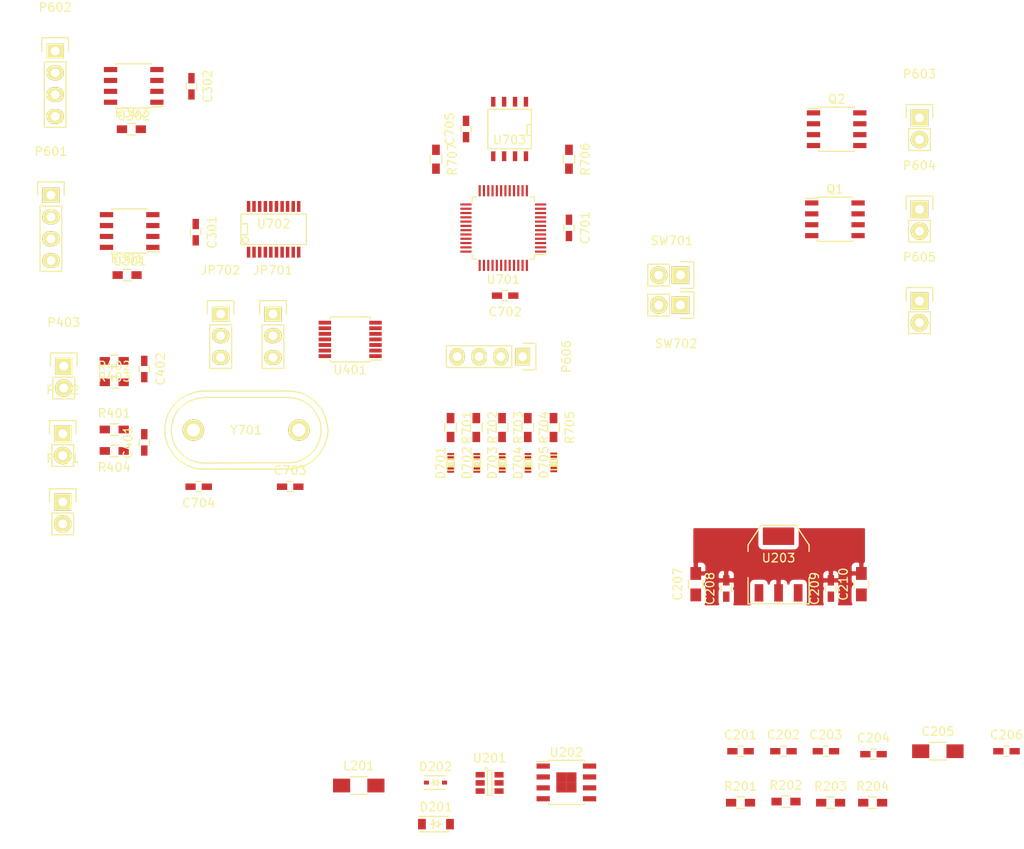
<source format=kicad_pcb>
(kicad_pcb (version 4) (host pcbnew "(2015-06-19 BZR 5795)-product")

  (general
    (links 159)
    (no_connects 159)
    (area 0 0 0 0)
    (thickness 1.6)
    (drawings 0)
    (tracks 0)
    (zones 0)
    (modules 69)
    (nets 95)
  )

  (page A4)
  (layers
    (0 F.Cu signal)
    (31 B.Cu signal)
    (32 B.Adhes user)
    (33 F.Adhes user)
    (34 B.Paste user)
    (35 F.Paste user)
    (36 B.SilkS user)
    (37 F.SilkS user)
    (38 B.Mask user)
    (39 F.Mask user)
    (40 Dwgs.User user)
    (41 Cmts.User user)
    (42 Eco1.User user)
    (43 Eco2.User user)
    (44 Edge.Cuts user)
    (45 Margin user)
    (46 B.CrtYd user)
    (47 F.CrtYd user)
    (48 B.Fab user)
    (49 F.Fab user)
  )

  (setup
    (last_trace_width 0.25)
    (trace_clearance 0.2)
    (zone_clearance 0.508)
    (zone_45_only no)
    (trace_min 0.2)
    (segment_width 0.2)
    (edge_width 0.1)
    (via_size 0.6)
    (via_drill 0.4)
    (via_min_size 0.4)
    (via_min_drill 0.3)
    (uvia_size 0.3)
    (uvia_drill 0.1)
    (uvias_allowed no)
    (uvia_min_size 0.2)
    (uvia_min_drill 0.1)
    (pcb_text_width 0.3)
    (pcb_text_size 1.5 1.5)
    (mod_edge_width 0.15)
    (mod_text_size 1 1)
    (mod_text_width 0.15)
    (pad_size 1.5 1.5)
    (pad_drill 0.6)
    (pad_to_mask_clearance 0)
    (aux_axis_origin 0 0)
    (visible_elements FFFFEF7F)
    (pcbplotparams
      (layerselection 0x00030_80000001)
      (usegerberextensions false)
      (excludeedgelayer true)
      (linewidth 0.100000)
      (plotframeref false)
      (viasonmask false)
      (mode 1)
      (useauxorigin false)
      (hpglpennumber 1)
      (hpglpenspeed 20)
      (hpglpendiameter 15)
      (hpglpenoverlay 2)
      (psnegative false)
      (psa4output false)
      (plotreference true)
      (plotvalue true)
      (plotinvisibletext false)
      (padsonsilk false)
      (subtractmaskfromsilk false)
      (outputformat 1)
      (mirror false)
      (drillshape 1)
      (scaleselection 1)
      (outputdirectory ""))
  )

  (net 0 "")
  (net 1 +15V)
  (net 2 GND)
  (net 3 /Power/12V0_SS)
  (net 4 /Power/5V0_BOOST)
  (net 5 /Power/5V0_L)
  (net 6 +5V)
  (net 7 /Power/5V0_FB)
  (net 8 +12V)
  (net 9 VCC)
  (net 10 "/Input Connectors/KEYSKWITCH_RC")
  (net 11 "/Input Connectors/CHARGESWITCH_RC")
  (net 12 /microController/XTAL_LOW)
  (net 13 /microController/XTAL_H)
  (net 14 "Net-(D701-Pad2)")
  (net 15 "Net-(D702-Pad2)")
  (net 16 "Net-(D703-Pad2)")
  (net 17 "Net-(D704-Pad2)")
  (net 18 "Net-(D705-Pad2)")
  (net 19 /microController/CAN_OSC1)
  (net 20 /microController/CLKOUT_BUFF)
  (net 21 /microController/CAN_OSC2)
  (net 22 "/Input Connectors/KEYSWITCH_R")
  (net 23 "/Input Connectors/CHARGESWITCH_R")
  (net 24 /outputConnectors/14V0_BRUSA)
  (net 25 "/Can transceiver/CAN1_H_I")
  (net 26 "/Can transceiver/CAN1_L_I")
  (net 27 "/Can transceiver/CAN2_H_I")
  (net 28 "/Can transceiver/CAN2_L_I")
  (net 29 "/Contactor Driver/CON+_LOW")
  (net 30 "/Contactor Driver/CON-_LOW")
  (net 31 "/Contactor Driver/CONPRE_LOW")
  (net 32 /microController/MCU_RXD)
  (net 33 /microController/MCU_TXD)
  (net 34 "/Contactor Driver/CONPRE")
  (net 35 "/Contactor Driver/CON-")
  (net 36 "/Contactor Driver/CON+")
  (net 37 /Power/12V0_FB)
  (net 38 "/Can transceiver/CAN1_RS")
  (net 39 "/Can transceiver/CAN2_RS")
  (net 40 /microController/IO_LED03)
  (net 41 /microController/IO_LED02)
  (net 42 /microController/IO_LED01)
  (net 43 /microController/IO_LED00)
  (net 44 /microController/IO_LED10)
  (net 45 /microController/EEPROM_SCL)
  (net 46 /microController/EEPROM_SDA)
  (net 47 /microController/CLKOUT)
  (net 48 /microController/MCU_RESET)
  (net 49 /Power/EN12V0)
  (net 50 "Net-(U202-Pad7)")
  (net 51 "/Can transceiver/CAN1_TX")
  (net 52 "/Can transceiver/CAN1_RX")
  (net 53 "Net-(U301-Pad5)")
  (net 54 "/Can transceiver/CAN2_TX")
  (net 55 "/Can transceiver/CAN2_RX")
  (net 56 "Net-(U302-Pad5)")
  (net 57 /microController/KEYSWITCH_IN)
  (net 58 /microController/CHARGESWITCH_IN)
  (net 59 "Net-(U701-Pad1)")
  (net 60 "Net-(U701-Pad2)")
  (net 61 "Net-(U701-Pad6)")
  (net 62 "Net-(U701-Pad7)")
  (net 63 "Net-(U701-Pad9)")
  (net 64 /microController/CAN1_INT)
  (net 65 "Net-(U701-Pad17)")
  (net 66 "Net-(U701-Pad18)")
  (net 67 "Net-(U701-Pad21)")
  (net 68 "Net-(U701-Pad24)")
  (net 69 /microController/CAN1_SSEL)
  (net 70 /microController/CAN1_MISO)
  (net 71 /microController/CAN1_MOSI)
  (net 72 "Net-(U701-Pad29)")
  (net 73 "Net-(U701-Pad30)")
  (net 74 /microController/CAN1_SCK)
  (net 75 "Net-(U701-Pad32)")
  (net 76 "Net-(U701-Pad33)")
  (net 77 "Net-(U701-Pad34)")
  (net 78 "Net-(U701-Pad35)")
  (net 79 "Net-(U701-Pad38)")
  (net 80 "Net-(U701-Pad39)")
  (net 81 "Net-(U701-Pad40)")
  (net 82 "Net-(U701-Pad42)")
  (net 83 "Net-(U702-Pad3)")
  (net 84 "Net-(U702-Pad4)")
  (net 85 "Net-(U702-Pad5)")
  (net 86 "Net-(U702-Pad6)")
  (net 87 "Net-(U702-Pad7)")
  (net 88 "Net-(U702-Pad11)")
  (net 89 "Net-(U702-Pad12)")
  (net 90 "Net-(U702-Pad15)")
  (net 91 "Net-(U703-Pad7)")
  (net 92 "Net-(U703-Pad3)")
  (net 93 "Net-(U703-Pad2)")
  (net 94 "Net-(U703-Pad1)")

  (net_class Default "This is the default net class."
    (clearance 0.2)
    (trace_width 0.25)
    (via_dia 0.6)
    (via_drill 0.4)
    (uvia_dia 0.3)
    (uvia_drill 0.1)
    (add_net +12V)
    (add_net +15V)
    (add_net +5V)
    (add_net "/Can transceiver/CAN1_H_I")
    (add_net "/Can transceiver/CAN1_L_I")
    (add_net "/Can transceiver/CAN1_RS")
    (add_net "/Can transceiver/CAN1_RX")
    (add_net "/Can transceiver/CAN1_TX")
    (add_net "/Can transceiver/CAN2_H_I")
    (add_net "/Can transceiver/CAN2_L_I")
    (add_net "/Can transceiver/CAN2_RS")
    (add_net "/Can transceiver/CAN2_RX")
    (add_net "/Can transceiver/CAN2_TX")
    (add_net "/Contactor Driver/CON+")
    (add_net "/Contactor Driver/CON+_LOW")
    (add_net "/Contactor Driver/CON-")
    (add_net "/Contactor Driver/CON-_LOW")
    (add_net "/Contactor Driver/CONPRE")
    (add_net "/Contactor Driver/CONPRE_LOW")
    (add_net "/Input Connectors/CHARGESWITCH_R")
    (add_net "/Input Connectors/CHARGESWITCH_RC")
    (add_net "/Input Connectors/KEYSKWITCH_RC")
    (add_net "/Input Connectors/KEYSWITCH_R")
    (add_net /Power/12V0_FB)
    (add_net /Power/12V0_SS)
    (add_net /Power/5V0_BOOST)
    (add_net /Power/5V0_FB)
    (add_net /Power/5V0_L)
    (add_net /Power/EN12V0)
    (add_net /microController/CAN1_INT)
    (add_net /microController/CAN1_MISO)
    (add_net /microController/CAN1_MOSI)
    (add_net /microController/CAN1_SCK)
    (add_net /microController/CAN1_SSEL)
    (add_net /microController/CAN_OSC1)
    (add_net /microController/CAN_OSC2)
    (add_net /microController/CHARGESWITCH_IN)
    (add_net /microController/CLKOUT)
    (add_net /microController/CLKOUT_BUFF)
    (add_net /microController/EEPROM_SCL)
    (add_net /microController/EEPROM_SDA)
    (add_net /microController/IO_LED00)
    (add_net /microController/IO_LED01)
    (add_net /microController/IO_LED02)
    (add_net /microController/IO_LED03)
    (add_net /microController/IO_LED10)
    (add_net /microController/KEYSWITCH_IN)
    (add_net /microController/MCU_RESET)
    (add_net /microController/MCU_RXD)
    (add_net /microController/MCU_TXD)
    (add_net /microController/XTAL_H)
    (add_net /microController/XTAL_LOW)
    (add_net /outputConnectors/14V0_BRUSA)
    (add_net GND)
    (add_net "Net-(D701-Pad2)")
    (add_net "Net-(D702-Pad2)")
    (add_net "Net-(D703-Pad2)")
    (add_net "Net-(D704-Pad2)")
    (add_net "Net-(D705-Pad2)")
    (add_net "Net-(U202-Pad7)")
    (add_net "Net-(U301-Pad5)")
    (add_net "Net-(U302-Pad5)")
    (add_net "Net-(U701-Pad1)")
    (add_net "Net-(U701-Pad17)")
    (add_net "Net-(U701-Pad18)")
    (add_net "Net-(U701-Pad2)")
    (add_net "Net-(U701-Pad21)")
    (add_net "Net-(U701-Pad24)")
    (add_net "Net-(U701-Pad29)")
    (add_net "Net-(U701-Pad30)")
    (add_net "Net-(U701-Pad32)")
    (add_net "Net-(U701-Pad33)")
    (add_net "Net-(U701-Pad34)")
    (add_net "Net-(U701-Pad35)")
    (add_net "Net-(U701-Pad38)")
    (add_net "Net-(U701-Pad39)")
    (add_net "Net-(U701-Pad40)")
    (add_net "Net-(U701-Pad42)")
    (add_net "Net-(U701-Pad6)")
    (add_net "Net-(U701-Pad7)")
    (add_net "Net-(U701-Pad9)")
    (add_net "Net-(U702-Pad11)")
    (add_net "Net-(U702-Pad12)")
    (add_net "Net-(U702-Pad15)")
    (add_net "Net-(U702-Pad3)")
    (add_net "Net-(U702-Pad4)")
    (add_net "Net-(U702-Pad5)")
    (add_net "Net-(U702-Pad6)")
    (add_net "Net-(U702-Pad7)")
    (add_net "Net-(U703-Pad1)")
    (add_net "Net-(U703-Pad2)")
    (add_net "Net-(U703-Pad3)")
    (add_net "Net-(U703-Pad7)")
    (add_net VCC)
  )

  (module Capacitors_SMD:C_0603_HandSoldering (layer F.Cu) (tedit 541A9B4D) (tstamp 5585AA31)
    (at 150 180)
    (descr "Capacitor SMD 0603, hand soldering")
    (tags "capacitor 0603")
    (path /553C00A1/557A5A7B)
    (attr smd)
    (fp_text reference C201 (at 0 -1.9) (layer F.SilkS)
      (effects (font (size 1 1) (thickness 0.15)))
    )
    (fp_text value 1uF (at 0 1.9) (layer F.Fab)
      (effects (font (size 1 1) (thickness 0.15)))
    )
    (fp_line (start -1.85 -0.75) (end 1.85 -0.75) (layer F.CrtYd) (width 0.05))
    (fp_line (start -1.85 0.75) (end 1.85 0.75) (layer F.CrtYd) (width 0.05))
    (fp_line (start -1.85 -0.75) (end -1.85 0.75) (layer F.CrtYd) (width 0.05))
    (fp_line (start 1.85 -0.75) (end 1.85 0.75) (layer F.CrtYd) (width 0.05))
    (fp_line (start -0.35 -0.6) (end 0.35 -0.6) (layer F.SilkS) (width 0.15))
    (fp_line (start 0.35 0.6) (end -0.35 0.6) (layer F.SilkS) (width 0.15))
    (pad 1 smd rect (at -0.95 0) (size 1.2 0.75) (layers F.Cu F.Paste F.Mask)
      (net 1 +15V))
    (pad 2 smd rect (at 0.95 0) (size 1.2 0.75) (layers F.Cu F.Paste F.Mask)
      (net 2 GND))
    (model Capacitors_SMD.3dshapes/C_0603_HandSoldering.wrl
      (at (xyz 0 0 0))
      (scale (xyz 1 1 1))
      (rotate (xyz 0 0 0))
    )
  )

  (module Capacitors_SMD:C_0603_HandSoldering (layer F.Cu) (tedit 541A9B4D) (tstamp 5585AA37)
    (at 155 180)
    (descr "Capacitor SMD 0603, hand soldering")
    (tags "capacitor 0603")
    (path /553C00A1/557A5D00)
    (attr smd)
    (fp_text reference C202 (at 0 -1.9) (layer F.SilkS)
      (effects (font (size 1 1) (thickness 0.15)))
    )
    (fp_text value 10nF (at 0 1.9) (layer F.Fab)
      (effects (font (size 1 1) (thickness 0.15)))
    )
    (fp_line (start -1.85 -0.75) (end 1.85 -0.75) (layer F.CrtYd) (width 0.05))
    (fp_line (start -1.85 0.75) (end 1.85 0.75) (layer F.CrtYd) (width 0.05))
    (fp_line (start -1.85 -0.75) (end -1.85 0.75) (layer F.CrtYd) (width 0.05))
    (fp_line (start 1.85 -0.75) (end 1.85 0.75) (layer F.CrtYd) (width 0.05))
    (fp_line (start -0.35 -0.6) (end 0.35 -0.6) (layer F.SilkS) (width 0.15))
    (fp_line (start 0.35 0.6) (end -0.35 0.6) (layer F.SilkS) (width 0.15))
    (pad 1 smd rect (at -0.95 0) (size 1.2 0.75) (layers F.Cu F.Paste F.Mask)
      (net 3 /Power/12V0_SS))
    (pad 2 smd rect (at 0.95 0) (size 1.2 0.75) (layers F.Cu F.Paste F.Mask)
      (net 2 GND))
    (model Capacitors_SMD.3dshapes/C_0603_HandSoldering.wrl
      (at (xyz 0 0 0))
      (scale (xyz 1 1 1))
      (rotate (xyz 0 0 0))
    )
  )

  (module Capacitors_SMD:C_0603_HandSoldering (layer F.Cu) (tedit 541A9B4D) (tstamp 5585AA3D)
    (at 159.95 180)
    (descr "Capacitor SMD 0603, hand soldering")
    (tags "capacitor 0603")
    (path /553C00A1/556ADB40)
    (attr smd)
    (fp_text reference C203 (at 0 -1.9) (layer F.SilkS)
      (effects (font (size 1 1) (thickness 0.15)))
    )
    (fp_text value 0.22pF (at 0 1.9) (layer F.Fab)
      (effects (font (size 1 1) (thickness 0.15)))
    )
    (fp_line (start -1.85 -0.75) (end 1.85 -0.75) (layer F.CrtYd) (width 0.05))
    (fp_line (start -1.85 0.75) (end 1.85 0.75) (layer F.CrtYd) (width 0.05))
    (fp_line (start -1.85 -0.75) (end -1.85 0.75) (layer F.CrtYd) (width 0.05))
    (fp_line (start 1.85 -0.75) (end 1.85 0.75) (layer F.CrtYd) (width 0.05))
    (fp_line (start -0.35 -0.6) (end 0.35 -0.6) (layer F.SilkS) (width 0.15))
    (fp_line (start 0.35 0.6) (end -0.35 0.6) (layer F.SilkS) (width 0.15))
    (pad 1 smd rect (at -0.95 0) (size 1.2 0.75) (layers F.Cu F.Paste F.Mask)
      (net 4 /Power/5V0_BOOST))
    (pad 2 smd rect (at 0.95 0) (size 1.2 0.75) (layers F.Cu F.Paste F.Mask)
      (net 5 /Power/5V0_L))
    (model Capacitors_SMD.3dshapes/C_0603_HandSoldering.wrl
      (at (xyz 0 0 0))
      (scale (xyz 1 1 1))
      (rotate (xyz 0 0 0))
    )
  )

  (module Capacitors_SMD:C_0603_HandSoldering (layer F.Cu) (tedit 541A9B4D) (tstamp 5585AA43)
    (at 165.5 180.344)
    (descr "Capacitor SMD 0603, hand soldering")
    (tags "capacitor 0603")
    (path /553C00A1/556AE000)
    (attr smd)
    (fp_text reference C204 (at 0 -1.9) (layer F.SilkS)
      (effects (font (size 1 1) (thickness 0.15)))
    )
    (fp_text value 10pF (at 0 1.9) (layer F.Fab)
      (effects (font (size 1 1) (thickness 0.15)))
    )
    (fp_line (start -1.85 -0.75) (end 1.85 -0.75) (layer F.CrtYd) (width 0.05))
    (fp_line (start -1.85 0.75) (end 1.85 0.75) (layer F.CrtYd) (width 0.05))
    (fp_line (start -1.85 -0.75) (end -1.85 0.75) (layer F.CrtYd) (width 0.05))
    (fp_line (start 1.85 -0.75) (end 1.85 0.75) (layer F.CrtYd) (width 0.05))
    (fp_line (start -0.35 -0.6) (end 0.35 -0.6) (layer F.SilkS) (width 0.15))
    (fp_line (start 0.35 0.6) (end -0.35 0.6) (layer F.SilkS) (width 0.15))
    (pad 1 smd rect (at -0.95 0) (size 1.2 0.75) (layers F.Cu F.Paste F.Mask)
      (net 6 +5V))
    (pad 2 smd rect (at 0.95 0) (size 1.2 0.75) (layers F.Cu F.Paste F.Mask)
      (net 7 /Power/5V0_FB))
    (model Capacitors_SMD.3dshapes/C_0603_HandSoldering.wrl
      (at (xyz 0 0 0))
      (scale (xyz 1 1 1))
      (rotate (xyz 0 0 0))
    )
  )

  (module Capacitors_SMD:C_1206_HandSoldering (layer F.Cu) (tedit 541A9C03) (tstamp 5585AA49)
    (at 173 180)
    (descr "Capacitor SMD 1206, hand soldering")
    (tags "capacitor 1206")
    (path /553C00A1/556ADF10)
    (attr smd)
    (fp_text reference C205 (at 0 -2.3) (layer F.SilkS)
      (effects (font (size 1 1) (thickness 0.15)))
    )
    (fp_text value 100uF (at 0 2.3) (layer F.Fab)
      (effects (font (size 1 1) (thickness 0.15)))
    )
    (fp_line (start -3.3 -1.15) (end 3.3 -1.15) (layer F.CrtYd) (width 0.05))
    (fp_line (start -3.3 1.15) (end 3.3 1.15) (layer F.CrtYd) (width 0.05))
    (fp_line (start -3.3 -1.15) (end -3.3 1.15) (layer F.CrtYd) (width 0.05))
    (fp_line (start 3.3 -1.15) (end 3.3 1.15) (layer F.CrtYd) (width 0.05))
    (fp_line (start 1 -1.025) (end -1 -1.025) (layer F.SilkS) (width 0.15))
    (fp_line (start -1 1.025) (end 1 1.025) (layer F.SilkS) (width 0.15))
    (pad 1 smd rect (at -2 0) (size 2 1.6) (layers F.Cu F.Paste F.Mask)
      (net 6 +5V))
    (pad 2 smd rect (at 2 0) (size 2 1.6) (layers F.Cu F.Paste F.Mask)
      (net 2 GND))
    (model Capacitors_SMD.3dshapes/C_1206_HandSoldering.wrl
      (at (xyz 0 0 0))
      (scale (xyz 1 1 1))
      (rotate (xyz 0 0 0))
    )
  )

  (module Capacitors_SMD:C_0603_HandSoldering (layer F.Cu) (tedit 541A9B4D) (tstamp 5585AA4F)
    (at 181 180)
    (descr "Capacitor SMD 0603, hand soldering")
    (tags "capacitor 0603")
    (path /553C00A1/557A6259)
    (attr smd)
    (fp_text reference C206 (at 0 -1.9) (layer F.SilkS)
      (effects (font (size 1 1) (thickness 0.15)))
    )
    (fp_text value 1uF (at 0 1.9) (layer F.Fab)
      (effects (font (size 1 1) (thickness 0.15)))
    )
    (fp_line (start -1.85 -0.75) (end 1.85 -0.75) (layer F.CrtYd) (width 0.05))
    (fp_line (start -1.85 0.75) (end 1.85 0.75) (layer F.CrtYd) (width 0.05))
    (fp_line (start -1.85 -0.75) (end -1.85 0.75) (layer F.CrtYd) (width 0.05))
    (fp_line (start 1.85 -0.75) (end 1.85 0.75) (layer F.CrtYd) (width 0.05))
    (fp_line (start -0.35 -0.6) (end 0.35 -0.6) (layer F.SilkS) (width 0.15))
    (fp_line (start 0.35 0.6) (end -0.35 0.6) (layer F.SilkS) (width 0.15))
    (pad 1 smd rect (at -0.95 0) (size 1.2 0.75) (layers F.Cu F.Paste F.Mask)
      (net 8 +12V))
    (pad 2 smd rect (at 0.95 0) (size 1.2 0.75) (layers F.Cu F.Paste F.Mask)
      (net 2 GND))
    (model Capacitors_SMD.3dshapes/C_0603_HandSoldering.wrl
      (at (xyz 0 0 0))
      (scale (xyz 1 1 1))
      (rotate (xyz 0 0 0))
    )
  )

  (module Capacitors_SMD:C_0805_HandSoldering (layer F.Cu) (tedit 541A9B8D) (tstamp 5585AA55)
    (at 144.78 160.528 90)
    (descr "Capacitor SMD 0805, hand soldering")
    (tags "capacitor 0805")
    (path /553C00A1/553BF859)
    (attr smd)
    (fp_text reference C207 (at 0 -2.1 90) (layer F.SilkS)
      (effects (font (size 1 1) (thickness 0.15)))
    )
    (fp_text value 10u (at 0 2.1 90) (layer F.Fab)
      (effects (font (size 1 1) (thickness 0.15)))
    )
    (fp_line (start -2.3 -1) (end 2.3 -1) (layer F.CrtYd) (width 0.05))
    (fp_line (start -2.3 1) (end 2.3 1) (layer F.CrtYd) (width 0.05))
    (fp_line (start -2.3 -1) (end -2.3 1) (layer F.CrtYd) (width 0.05))
    (fp_line (start 2.3 -1) (end 2.3 1) (layer F.CrtYd) (width 0.05))
    (fp_line (start 0.5 -0.85) (end -0.5 -0.85) (layer F.SilkS) (width 0.15))
    (fp_line (start -0.5 0.85) (end 0.5 0.85) (layer F.SilkS) (width 0.15))
    (pad 1 smd rect (at -1.25 0 90) (size 1.5 1.25) (layers F.Cu F.Paste F.Mask)
      (net 6 +5V))
    (pad 2 smd rect (at 1.25 0 90) (size 1.5 1.25) (layers F.Cu F.Paste F.Mask)
      (net 2 GND))
    (model Capacitors_SMD.3dshapes/C_0805_HandSoldering.wrl
      (at (xyz 0 0 0))
      (scale (xyz 1 1 1))
      (rotate (xyz 0 0 0))
    )
  )

  (module Capacitors_SMD:C_0603_HandSoldering (layer F.Cu) (tedit 541A9B4D) (tstamp 5585AA5B)
    (at 148.336 161.036 90)
    (descr "Capacitor SMD 0603, hand soldering")
    (tags "capacitor 0603")
    (path /553C00A1/553BF822)
    (attr smd)
    (fp_text reference C208 (at 0 -1.9 90) (layer F.SilkS)
      (effects (font (size 1 1) (thickness 0.15)))
    )
    (fp_text value 100n (at 0 1.9 90) (layer F.Fab)
      (effects (font (size 1 1) (thickness 0.15)))
    )
    (fp_line (start -1.85 -0.75) (end 1.85 -0.75) (layer F.CrtYd) (width 0.05))
    (fp_line (start -1.85 0.75) (end 1.85 0.75) (layer F.CrtYd) (width 0.05))
    (fp_line (start -1.85 -0.75) (end -1.85 0.75) (layer F.CrtYd) (width 0.05))
    (fp_line (start 1.85 -0.75) (end 1.85 0.75) (layer F.CrtYd) (width 0.05))
    (fp_line (start -0.35 -0.6) (end 0.35 -0.6) (layer F.SilkS) (width 0.15))
    (fp_line (start 0.35 0.6) (end -0.35 0.6) (layer F.SilkS) (width 0.15))
    (pad 1 smd rect (at -0.95 0 90) (size 1.2 0.75) (layers F.Cu F.Paste F.Mask)
      (net 6 +5V))
    (pad 2 smd rect (at 0.95 0 90) (size 1.2 0.75) (layers F.Cu F.Paste F.Mask)
      (net 2 GND))
    (model Capacitors_SMD.3dshapes/C_0603_HandSoldering.wrl
      (at (xyz 0 0 0))
      (scale (xyz 1 1 1))
      (rotate (xyz 0 0 0))
    )
  )

  (module Capacitors_SMD:C_0603_HandSoldering (layer F.Cu) (tedit 541A9B4D) (tstamp 5585AA61)
    (at 160.528 161.036 90)
    (descr "Capacitor SMD 0603, hand soldering")
    (tags "capacitor 0603")
    (path /553C00A1/553BF886)
    (attr smd)
    (fp_text reference C209 (at 0 -1.9 90) (layer F.SilkS)
      (effects (font (size 1 1) (thickness 0.15)))
    )
    (fp_text value 100n (at 0 1.9 90) (layer F.Fab)
      (effects (font (size 1 1) (thickness 0.15)))
    )
    (fp_line (start -1.85 -0.75) (end 1.85 -0.75) (layer F.CrtYd) (width 0.05))
    (fp_line (start -1.85 0.75) (end 1.85 0.75) (layer F.CrtYd) (width 0.05))
    (fp_line (start -1.85 -0.75) (end -1.85 0.75) (layer F.CrtYd) (width 0.05))
    (fp_line (start 1.85 -0.75) (end 1.85 0.75) (layer F.CrtYd) (width 0.05))
    (fp_line (start -0.35 -0.6) (end 0.35 -0.6) (layer F.SilkS) (width 0.15))
    (fp_line (start 0.35 0.6) (end -0.35 0.6) (layer F.SilkS) (width 0.15))
    (pad 1 smd rect (at -0.95 0 90) (size 1.2 0.75) (layers F.Cu F.Paste F.Mask)
      (net 9 VCC))
    (pad 2 smd rect (at 0.95 0 90) (size 1.2 0.75) (layers F.Cu F.Paste F.Mask)
      (net 2 GND))
    (model Capacitors_SMD.3dshapes/C_0603_HandSoldering.wrl
      (at (xyz 0 0 0))
      (scale (xyz 1 1 1))
      (rotate (xyz 0 0 0))
    )
  )

  (module Capacitors_SMD:C_0805_HandSoldering (layer F.Cu) (tedit 541A9B8D) (tstamp 5585AA67)
    (at 164.084 160.528 90)
    (descr "Capacitor SMD 0805, hand soldering")
    (tags "capacitor 0805")
    (path /553C00A1/553BF8AF)
    (attr smd)
    (fp_text reference C210 (at 0 -2.1 90) (layer F.SilkS)
      (effects (font (size 1 1) (thickness 0.15)))
    )
    (fp_text value 10u (at 0 2.1 90) (layer F.Fab)
      (effects (font (size 1 1) (thickness 0.15)))
    )
    (fp_line (start -2.3 -1) (end 2.3 -1) (layer F.CrtYd) (width 0.05))
    (fp_line (start -2.3 1) (end 2.3 1) (layer F.CrtYd) (width 0.05))
    (fp_line (start -2.3 -1) (end -2.3 1) (layer F.CrtYd) (width 0.05))
    (fp_line (start 2.3 -1) (end 2.3 1) (layer F.CrtYd) (width 0.05))
    (fp_line (start 0.5 -0.85) (end -0.5 -0.85) (layer F.SilkS) (width 0.15))
    (fp_line (start -0.5 0.85) (end 0.5 0.85) (layer F.SilkS) (width 0.15))
    (pad 1 smd rect (at -1.25 0 90) (size 1.5 1.25) (layers F.Cu F.Paste F.Mask)
      (net 9 VCC))
    (pad 2 smd rect (at 1.25 0 90) (size 1.5 1.25) (layers F.Cu F.Paste F.Mask)
      (net 2 GND))
    (model Capacitors_SMD.3dshapes/C_0805_HandSoldering.wrl
      (at (xyz 0 0 0))
      (scale (xyz 1 1 1))
      (rotate (xyz 0 0 0))
    )
  )

  (module Capacitors_SMD:C_0603_HandSoldering (layer F.Cu) (tedit 541A9B4D) (tstamp 5585AA6D)
    (at 86.5 119.5 270)
    (descr "Capacitor SMD 0603, hand soldering")
    (tags "capacitor 0603")
    (path /553C04EB/556A4F72)
    (attr smd)
    (fp_text reference C301 (at 0 -1.9 270) (layer F.SilkS)
      (effects (font (size 1 1) (thickness 0.15)))
    )
    (fp_text value 0.1uF (at 0 1.9 270) (layer F.Fab)
      (effects (font (size 1 1) (thickness 0.15)))
    )
    (fp_line (start -1.85 -0.75) (end 1.85 -0.75) (layer F.CrtYd) (width 0.05))
    (fp_line (start -1.85 0.75) (end 1.85 0.75) (layer F.CrtYd) (width 0.05))
    (fp_line (start -1.85 -0.75) (end -1.85 0.75) (layer F.CrtYd) (width 0.05))
    (fp_line (start 1.85 -0.75) (end 1.85 0.75) (layer F.CrtYd) (width 0.05))
    (fp_line (start -0.35 -0.6) (end 0.35 -0.6) (layer F.SilkS) (width 0.15))
    (fp_line (start 0.35 0.6) (end -0.35 0.6) (layer F.SilkS) (width 0.15))
    (pad 1 smd rect (at -0.95 0 270) (size 1.2 0.75) (layers F.Cu F.Paste F.Mask)
      (net 6 +5V))
    (pad 2 smd rect (at 0.95 0 270) (size 1.2 0.75) (layers F.Cu F.Paste F.Mask)
      (net 2 GND))
    (model Capacitors_SMD.3dshapes/C_0603_HandSoldering.wrl
      (at (xyz 0 0 0))
      (scale (xyz 1 1 1))
      (rotate (xyz 0 0 0))
    )
  )

  (module Capacitors_SMD:C_0603_HandSoldering (layer F.Cu) (tedit 541A9B4D) (tstamp 5585AA73)
    (at 86 102.5 270)
    (descr "Capacitor SMD 0603, hand soldering")
    (tags "capacitor 0603")
    (path /553C04EB/556A4BBA)
    (attr smd)
    (fp_text reference C302 (at 0 -1.9 270) (layer F.SilkS)
      (effects (font (size 1 1) (thickness 0.15)))
    )
    (fp_text value 0.1uF (at 0 1.9 270) (layer F.Fab)
      (effects (font (size 1 1) (thickness 0.15)))
    )
    (fp_line (start -1.85 -0.75) (end 1.85 -0.75) (layer F.CrtYd) (width 0.05))
    (fp_line (start -1.85 0.75) (end 1.85 0.75) (layer F.CrtYd) (width 0.05))
    (fp_line (start -1.85 -0.75) (end -1.85 0.75) (layer F.CrtYd) (width 0.05))
    (fp_line (start 1.85 -0.75) (end 1.85 0.75) (layer F.CrtYd) (width 0.05))
    (fp_line (start -0.35 -0.6) (end 0.35 -0.6) (layer F.SilkS) (width 0.15))
    (fp_line (start 0.35 0.6) (end -0.35 0.6) (layer F.SilkS) (width 0.15))
    (pad 1 smd rect (at -0.95 0 270) (size 1.2 0.75) (layers F.Cu F.Paste F.Mask)
      (net 6 +5V))
    (pad 2 smd rect (at 0.95 0 270) (size 1.2 0.75) (layers F.Cu F.Paste F.Mask)
      (net 2 GND))
    (model Capacitors_SMD.3dshapes/C_0603_HandSoldering.wrl
      (at (xyz 0 0 0))
      (scale (xyz 1 1 1))
      (rotate (xyz 0 0 0))
    )
  )

  (module Capacitors_SMD:C_0603_HandSoldering (layer F.Cu) (tedit 541A9B4D) (tstamp 5585AA79)
    (at 80.5 144 90)
    (descr "Capacitor SMD 0603, hand soldering")
    (tags "capacitor 0603")
    (path /553C18E8/554E644F)
    (attr smd)
    (fp_text reference C401 (at 0 -1.9 90) (layer F.SilkS)
      (effects (font (size 1 1) (thickness 0.15)))
    )
    (fp_text value 1uF (at 0 1.9 90) (layer F.Fab)
      (effects (font (size 1 1) (thickness 0.15)))
    )
    (fp_line (start -1.85 -0.75) (end 1.85 -0.75) (layer F.CrtYd) (width 0.05))
    (fp_line (start -1.85 0.75) (end 1.85 0.75) (layer F.CrtYd) (width 0.05))
    (fp_line (start -1.85 -0.75) (end -1.85 0.75) (layer F.CrtYd) (width 0.05))
    (fp_line (start 1.85 -0.75) (end 1.85 0.75) (layer F.CrtYd) (width 0.05))
    (fp_line (start -0.35 -0.6) (end 0.35 -0.6) (layer F.SilkS) (width 0.15))
    (fp_line (start 0.35 0.6) (end -0.35 0.6) (layer F.SilkS) (width 0.15))
    (pad 1 smd rect (at -0.95 0 90) (size 1.2 0.75) (layers F.Cu F.Paste F.Mask)
      (net 10 "/Input Connectors/KEYSKWITCH_RC"))
    (pad 2 smd rect (at 0.95 0 90) (size 1.2 0.75) (layers F.Cu F.Paste F.Mask)
      (net 2 GND))
    (model Capacitors_SMD.3dshapes/C_0603_HandSoldering.wrl
      (at (xyz 0 0 0))
      (scale (xyz 1 1 1))
      (rotate (xyz 0 0 0))
    )
  )

  (module Capacitors_SMD:C_0603_HandSoldering (layer F.Cu) (tedit 541A9B4D) (tstamp 5585AA7F)
    (at 80.5 135.45 270)
    (descr "Capacitor SMD 0603, hand soldering")
    (tags "capacitor 0603")
    (path /553C18E8/557AD8DE)
    (attr smd)
    (fp_text reference C402 (at 0 -1.9 270) (layer F.SilkS)
      (effects (font (size 1 1) (thickness 0.15)))
    )
    (fp_text value 1uF (at 0 1.9 270) (layer F.Fab)
      (effects (font (size 1 1) (thickness 0.15)))
    )
    (fp_line (start -1.85 -0.75) (end 1.85 -0.75) (layer F.CrtYd) (width 0.05))
    (fp_line (start -1.85 0.75) (end 1.85 0.75) (layer F.CrtYd) (width 0.05))
    (fp_line (start -1.85 -0.75) (end -1.85 0.75) (layer F.CrtYd) (width 0.05))
    (fp_line (start 1.85 -0.75) (end 1.85 0.75) (layer F.CrtYd) (width 0.05))
    (fp_line (start -0.35 -0.6) (end 0.35 -0.6) (layer F.SilkS) (width 0.15))
    (fp_line (start 0.35 0.6) (end -0.35 0.6) (layer F.SilkS) (width 0.15))
    (pad 1 smd rect (at -0.95 0 270) (size 1.2 0.75) (layers F.Cu F.Paste F.Mask)
      (net 11 "/Input Connectors/CHARGESWITCH_RC"))
    (pad 2 smd rect (at 0.95 0 270) (size 1.2 0.75) (layers F.Cu F.Paste F.Mask)
      (net 2 GND))
    (model Capacitors_SMD.3dshapes/C_0603_HandSoldering.wrl
      (at (xyz 0 0 0))
      (scale (xyz 1 1 1))
      (rotate (xyz 0 0 0))
    )
  )

  (module Capacitors_SMD:C_0603_HandSoldering (layer F.Cu) (tedit 541A9B4D) (tstamp 5585AA85)
    (at 130 119 270)
    (descr "Capacitor SMD 0603, hand soldering")
    (tags "capacitor 0603")
    (path /553C01F1/55452519)
    (attr smd)
    (fp_text reference C701 (at 0 -1.9 270) (layer F.SilkS)
      (effects (font (size 1 1) (thickness 0.15)))
    )
    (fp_text value 100n (at 0 1.9 270) (layer F.Fab)
      (effects (font (size 1 1) (thickness 0.15)))
    )
    (fp_line (start -1.85 -0.75) (end 1.85 -0.75) (layer F.CrtYd) (width 0.05))
    (fp_line (start -1.85 0.75) (end 1.85 0.75) (layer F.CrtYd) (width 0.05))
    (fp_line (start -1.85 -0.75) (end -1.85 0.75) (layer F.CrtYd) (width 0.05))
    (fp_line (start 1.85 -0.75) (end 1.85 0.75) (layer F.CrtYd) (width 0.05))
    (fp_line (start -0.35 -0.6) (end 0.35 -0.6) (layer F.SilkS) (width 0.15))
    (fp_line (start 0.35 0.6) (end -0.35 0.6) (layer F.SilkS) (width 0.15))
    (pad 1 smd rect (at -0.95 0 270) (size 1.2 0.75) (layers F.Cu F.Paste F.Mask)
      (net 9 VCC))
    (pad 2 smd rect (at 0.95 0 270) (size 1.2 0.75) (layers F.Cu F.Paste F.Mask)
      (net 2 GND))
    (model Capacitors_SMD.3dshapes/C_0603_HandSoldering.wrl
      (at (xyz 0 0 0))
      (scale (xyz 1 1 1))
      (rotate (xyz 0 0 0))
    )
  )

  (module Capacitors_SMD:C_0603_HandSoldering (layer F.Cu) (tedit 541A9B4D) (tstamp 5585AA8B)
    (at 122.567616 126.898636 180)
    (descr "Capacitor SMD 0603, hand soldering")
    (tags "capacitor 0603")
    (path /553C01F1/55452581)
    (attr smd)
    (fp_text reference C702 (at 0 -1.9 180) (layer F.SilkS)
      (effects (font (size 1 1) (thickness 0.15)))
    )
    (fp_text value 100n (at 0 1.9 180) (layer F.Fab)
      (effects (font (size 1 1) (thickness 0.15)))
    )
    (fp_line (start -1.85 -0.75) (end 1.85 -0.75) (layer F.CrtYd) (width 0.05))
    (fp_line (start -1.85 0.75) (end 1.85 0.75) (layer F.CrtYd) (width 0.05))
    (fp_line (start -1.85 -0.75) (end -1.85 0.75) (layer F.CrtYd) (width 0.05))
    (fp_line (start 1.85 -0.75) (end 1.85 0.75) (layer F.CrtYd) (width 0.05))
    (fp_line (start -0.35 -0.6) (end 0.35 -0.6) (layer F.SilkS) (width 0.15))
    (fp_line (start 0.35 0.6) (end -0.35 0.6) (layer F.SilkS) (width 0.15))
    (pad 1 smd rect (at -0.95 0 180) (size 1.2 0.75) (layers F.Cu F.Paste F.Mask)
      (net 9 VCC))
    (pad 2 smd rect (at 0.95 0 180) (size 1.2 0.75) (layers F.Cu F.Paste F.Mask)
      (net 2 GND))
    (model Capacitors_SMD.3dshapes/C_0603_HandSoldering.wrl
      (at (xyz 0 0 0))
      (scale (xyz 1 1 1))
      (rotate (xyz 0 0 0))
    )
  )

  (module Capacitors_SMD:C_0603_HandSoldering (layer F.Cu) (tedit 541A9B4D) (tstamp 5585AA91)
    (at 97.513006 149.169524)
    (descr "Capacitor SMD 0603, hand soldering")
    (tags "capacitor 0603")
    (path /553C01F1/5545338F)
    (attr smd)
    (fp_text reference C703 (at 0 -1.9) (layer F.SilkS)
      (effects (font (size 1 1) (thickness 0.15)))
    )
    (fp_text value 22p (at 0 1.9) (layer F.Fab)
      (effects (font (size 1 1) (thickness 0.15)))
    )
    (fp_line (start -1.85 -0.75) (end 1.85 -0.75) (layer F.CrtYd) (width 0.05))
    (fp_line (start -1.85 0.75) (end 1.85 0.75) (layer F.CrtYd) (width 0.05))
    (fp_line (start -1.85 -0.75) (end -1.85 0.75) (layer F.CrtYd) (width 0.05))
    (fp_line (start 1.85 -0.75) (end 1.85 0.75) (layer F.CrtYd) (width 0.05))
    (fp_line (start -0.35 -0.6) (end 0.35 -0.6) (layer F.SilkS) (width 0.15))
    (fp_line (start 0.35 0.6) (end -0.35 0.6) (layer F.SilkS) (width 0.15))
    (pad 1 smd rect (at -0.95 0) (size 1.2 0.75) (layers F.Cu F.Paste F.Mask)
      (net 2 GND))
    (pad 2 smd rect (at 0.95 0) (size 1.2 0.75) (layers F.Cu F.Paste F.Mask)
      (net 12 /microController/XTAL_LOW))
    (model Capacitors_SMD.3dshapes/C_0603_HandSoldering.wrl
      (at (xyz 0 0 0))
      (scale (xyz 1 1 1))
      (rotate (xyz 0 0 0))
    )
  )

  (module Capacitors_SMD:C_0603_HandSoldering (layer F.Cu) (tedit 541A9B4D) (tstamp 5585AA97)
    (at 86.845006 149.169524 180)
    (descr "Capacitor SMD 0603, hand soldering")
    (tags "capacitor 0603")
    (path /553C01F1/55453499)
    (attr smd)
    (fp_text reference C704 (at 0 -1.9 180) (layer F.SilkS)
      (effects (font (size 1 1) (thickness 0.15)))
    )
    (fp_text value 22p (at 0 1.9 180) (layer F.Fab)
      (effects (font (size 1 1) (thickness 0.15)))
    )
    (fp_line (start -1.85 -0.75) (end 1.85 -0.75) (layer F.CrtYd) (width 0.05))
    (fp_line (start -1.85 0.75) (end 1.85 0.75) (layer F.CrtYd) (width 0.05))
    (fp_line (start -1.85 -0.75) (end -1.85 0.75) (layer F.CrtYd) (width 0.05))
    (fp_line (start 1.85 -0.75) (end 1.85 0.75) (layer F.CrtYd) (width 0.05))
    (fp_line (start -0.35 -0.6) (end 0.35 -0.6) (layer F.SilkS) (width 0.15))
    (fp_line (start 0.35 0.6) (end -0.35 0.6) (layer F.SilkS) (width 0.15))
    (pad 1 smd rect (at -0.95 0 180) (size 1.2 0.75) (layers F.Cu F.Paste F.Mask)
      (net 2 GND))
    (pad 2 smd rect (at 0.95 0 180) (size 1.2 0.75) (layers F.Cu F.Paste F.Mask)
      (net 13 /microController/XTAL_H))
    (model Capacitors_SMD.3dshapes/C_0603_HandSoldering.wrl
      (at (xyz 0 0 0))
      (scale (xyz 1 1 1))
      (rotate (xyz 0 0 0))
    )
  )

  (module Capacitors_SMD:C_0603_HandSoldering (layer F.Cu) (tedit 541A9B4D) (tstamp 5585AA9D)
    (at 118.003616 107.474636 90)
    (descr "Capacitor SMD 0603, hand soldering")
    (tags "capacitor 0603")
    (path /553C01F1/556AA5A3)
    (attr smd)
    (fp_text reference C705 (at 0 -1.9 90) (layer F.SilkS)
      (effects (font (size 1 1) (thickness 0.15)))
    )
    (fp_text value 0.1uF (at 0 1.9 90) (layer F.Fab)
      (effects (font (size 1 1) (thickness 0.15)))
    )
    (fp_line (start -1.85 -0.75) (end 1.85 -0.75) (layer F.CrtYd) (width 0.05))
    (fp_line (start -1.85 0.75) (end 1.85 0.75) (layer F.CrtYd) (width 0.05))
    (fp_line (start -1.85 -0.75) (end -1.85 0.75) (layer F.CrtYd) (width 0.05))
    (fp_line (start 1.85 -0.75) (end 1.85 0.75) (layer F.CrtYd) (width 0.05))
    (fp_line (start -0.35 -0.6) (end 0.35 -0.6) (layer F.SilkS) (width 0.15))
    (fp_line (start 0.35 0.6) (end -0.35 0.6) (layer F.SilkS) (width 0.15))
    (pad 1 smd rect (at -0.95 0 90) (size 1.2 0.75) (layers F.Cu F.Paste F.Mask)
      (net 9 VCC))
    (pad 2 smd rect (at 0.95 0 90) (size 1.2 0.75) (layers F.Cu F.Paste F.Mask)
      (net 2 GND))
    (model Capacitors_SMD.3dshapes/C_0603_HandSoldering.wrl
      (at (xyz 0 0 0))
      (scale (xyz 1 1 1))
      (rotate (xyz 0 0 0))
    )
  )

  (module Diodes_SMD:SOD-123 (layer F.Cu) (tedit 5530FCB9) (tstamp 5585AAA3)
    (at 114.5 188.5)
    (descr SOD-123)
    (tags SOD-123)
    (path /553C00A1/556ADA39)
    (attr smd)
    (fp_text reference D201 (at 0 -2) (layer F.SilkS)
      (effects (font (size 1 1) (thickness 0.15)))
    )
    (fp_text value MBR0540 (at 0 2.1) (layer F.Fab)
      (effects (font (size 1 1) (thickness 0.15)))
    )
    (fp_line (start 0.3175 0) (end 0.6985 0) (layer F.SilkS) (width 0.15))
    (fp_line (start -0.6985 0) (end -0.3175 0) (layer F.SilkS) (width 0.15))
    (fp_line (start -0.3175 0) (end 0.3175 -0.381) (layer F.SilkS) (width 0.15))
    (fp_line (start 0.3175 -0.381) (end 0.3175 0.381) (layer F.SilkS) (width 0.15))
    (fp_line (start 0.3175 0.381) (end -0.3175 0) (layer F.SilkS) (width 0.15))
    (fp_line (start -0.3175 -0.508) (end -0.3175 0.508) (layer F.SilkS) (width 0.15))
    (fp_line (start -2.25 -1.05) (end 2.25 -1.05) (layer F.CrtYd) (width 0.05))
    (fp_line (start 2.25 -1.05) (end 2.25 1.05) (layer F.CrtYd) (width 0.05))
    (fp_line (start 2.25 1.05) (end -2.25 1.05) (layer F.CrtYd) (width 0.05))
    (fp_line (start -2.25 -1.05) (end -2.25 1.05) (layer F.CrtYd) (width 0.05))
    (fp_line (start -2 0.9) (end 1.54 0.9) (layer F.SilkS) (width 0.15))
    (fp_line (start -2 -0.9) (end 1.54 -0.9) (layer F.SilkS) (width 0.15))
    (pad 1 smd rect (at -1.635 0) (size 0.91 1.22) (layers F.Cu F.Paste F.Mask)
      (net 5 /Power/5V0_L))
    (pad 2 smd rect (at 1.635 0) (size 0.91 1.22) (layers F.Cu F.Paste F.Mask)
      (net 7 /Power/5V0_FB))
  )

  (module Diodes_SMD:SOD-323 (layer F.Cu) (tedit 5530FC5E) (tstamp 5585AAA9)
    (at 114.445 183.656)
    (descr SOD-323)
    (tags SOD-323)
    (path /553C00A1/556ADE46)
    (attr smd)
    (fp_text reference D202 (at 0 -1.85) (layer F.SilkS)
      (effects (font (size 1 1) (thickness 0.15)))
    )
    (fp_text value CMDSH-3 (at 0.1 1.9) (layer F.Fab)
      (effects (font (size 1 1) (thickness 0.15)))
    )
    (fp_line (start 0.25 0) (end 0.5 0) (layer F.SilkS) (width 0.15))
    (fp_line (start -0.25 0) (end -0.5 0) (layer F.SilkS) (width 0.15))
    (fp_line (start -0.25 0) (end 0.25 -0.35) (layer F.SilkS) (width 0.15))
    (fp_line (start 0.25 -0.35) (end 0.25 0.35) (layer F.SilkS) (width 0.15))
    (fp_line (start 0.25 0.35) (end -0.25 0) (layer F.SilkS) (width 0.15))
    (fp_line (start -0.25 -0.35) (end -0.25 0.35) (layer F.SilkS) (width 0.15))
    (fp_line (start -1.5 -0.95) (end 1.5 -0.95) (layer F.CrtYd) (width 0.05))
    (fp_line (start 1.5 -0.95) (end 1.5 0.95) (layer F.CrtYd) (width 0.05))
    (fp_line (start -1.5 0.95) (end 1.5 0.95) (layer F.CrtYd) (width 0.05))
    (fp_line (start -1.5 -0.95) (end -1.5 0.95) (layer F.CrtYd) (width 0.05))
    (fp_line (start -1.3 0.8) (end 1.1 0.8) (layer F.SilkS) (width 0.15))
    (fp_line (start -1.3 -0.8) (end 1.1 -0.8) (layer F.SilkS) (width 0.15))
    (pad 1 smd rect (at -1.055 0) (size 0.59 0.45) (layers F.Cu F.Paste F.Mask)
      (net 4 /Power/5V0_BOOST))
    (pad 2 smd rect (at 1.055 0) (size 0.59 0.45) (layers F.Cu F.Paste F.Mask)
      (net 6 +5V))
  )

  (module LEDs:LED-0603 (layer F.Cu) (tedit 5538B18B) (tstamp 5585AAAF)
    (at 116.21129 146.393498 90)
    (descr "LED 0603 smd package")
    (tags "LED led 0603 SMD smd SMT smt smdled SMDLED smtled SMTLED")
    (path /553C01F1/55451A1D)
    (attr smd)
    (fp_text reference D701 (at 0 -1.15 90) (layer F.SilkS)
      (effects (font (size 1 1) (thickness 0.15)))
    )
    (fp_text value RED (at 0 1.2 90) (layer F.Fab)
      (effects (font (size 1 1) (thickness 0.15)))
    )
    (fp_line (start -0.44958 -0.44958) (end -0.44958 0.44958) (layer F.SilkS) (width 0.15))
    (fp_line (start -0.44958 0.44958) (end -0.84836 0.44958) (layer F.SilkS) (width 0.15))
    (fp_line (start -0.84836 -0.44958) (end -0.84836 0.44958) (layer F.SilkS) (width 0.15))
    (fp_line (start -0.44958 -0.44958) (end -0.84836 -0.44958) (layer F.SilkS) (width 0.15))
    (fp_line (start 0.84836 -0.44958) (end 0.84836 0.44958) (layer F.SilkS) (width 0.15))
    (fp_line (start 0.84836 0.44958) (end 0.44958 0.44958) (layer F.SilkS) (width 0.15))
    (fp_line (start 0.44958 -0.44958) (end 0.44958 0.44958) (layer F.SilkS) (width 0.15))
    (fp_line (start 0.84836 -0.44958) (end 0.44958 -0.44958) (layer F.SilkS) (width 0.15))
    (fp_line (start 0 -0.44958) (end 0 -0.29972) (layer F.SilkS) (width 0.15))
    (fp_line (start 0 -0.29972) (end -0.29972 -0.29972) (layer F.SilkS) (width 0.15))
    (fp_line (start -0.29972 -0.44958) (end -0.29972 -0.29972) (layer F.SilkS) (width 0.15))
    (fp_line (start 0 -0.44958) (end -0.29972 -0.44958) (layer F.SilkS) (width 0.15))
    (fp_line (start 0 0.29972) (end 0 0.44958) (layer F.SilkS) (width 0.15))
    (fp_line (start 0 0.44958) (end -0.29972 0.44958) (layer F.SilkS) (width 0.15))
    (fp_line (start -0.29972 0.29972) (end -0.29972 0.44958) (layer F.SilkS) (width 0.15))
    (fp_line (start 0 0.29972) (end -0.29972 0.29972) (layer F.SilkS) (width 0.15))
    (fp_line (start 0 -0.14986) (end 0 0.14986) (layer F.SilkS) (width 0.15))
    (fp_line (start 0 0.14986) (end -0.29972 0.14986) (layer F.SilkS) (width 0.15))
    (fp_line (start -0.29972 -0.14986) (end -0.29972 0.14986) (layer F.SilkS) (width 0.15))
    (fp_line (start 0 -0.14986) (end -0.29972 -0.14986) (layer F.SilkS) (width 0.15))
    (fp_line (start -0.44958 -0.39878) (end 0.44958 -0.39878) (layer F.SilkS) (width 0.15))
    (fp_line (start -0.44958 0.39878) (end 0.44958 0.39878) (layer F.SilkS) (width 0.15))
    (pad 2 smd rect (at 0.7493 0 270) (size 0.79756 0.79756) (layers F.Cu F.Paste F.Mask)
      (net 14 "Net-(D701-Pad2)"))
    (pad 1 smd rect (at -0.7493 0 270) (size 0.79756 0.79756) (layers F.Cu F.Paste F.Mask)
      (net 2 GND))
  )

  (module LEDs:LED-0603 (layer F.Cu) (tedit 5538B18B) (tstamp 5585AAB5)
    (at 119.25929 146.393498 90)
    (descr "LED 0603 smd package")
    (tags "LED led 0603 SMD smd SMT smt smdled SMDLED smtled SMTLED")
    (path /553C01F1/55451A63)
    (attr smd)
    (fp_text reference D702 (at 0 -1.15 90) (layer F.SilkS)
      (effects (font (size 1 1) (thickness 0.15)))
    )
    (fp_text value RED (at 0 1.2 90) (layer F.Fab)
      (effects (font (size 1 1) (thickness 0.15)))
    )
    (fp_line (start -0.44958 -0.44958) (end -0.44958 0.44958) (layer F.SilkS) (width 0.15))
    (fp_line (start -0.44958 0.44958) (end -0.84836 0.44958) (layer F.SilkS) (width 0.15))
    (fp_line (start -0.84836 -0.44958) (end -0.84836 0.44958) (layer F.SilkS) (width 0.15))
    (fp_line (start -0.44958 -0.44958) (end -0.84836 -0.44958) (layer F.SilkS) (width 0.15))
    (fp_line (start 0.84836 -0.44958) (end 0.84836 0.44958) (layer F.SilkS) (width 0.15))
    (fp_line (start 0.84836 0.44958) (end 0.44958 0.44958) (layer F.SilkS) (width 0.15))
    (fp_line (start 0.44958 -0.44958) (end 0.44958 0.44958) (layer F.SilkS) (width 0.15))
    (fp_line (start 0.84836 -0.44958) (end 0.44958 -0.44958) (layer F.SilkS) (width 0.15))
    (fp_line (start 0 -0.44958) (end 0 -0.29972) (layer F.SilkS) (width 0.15))
    (fp_line (start 0 -0.29972) (end -0.29972 -0.29972) (layer F.SilkS) (width 0.15))
    (fp_line (start -0.29972 -0.44958) (end -0.29972 -0.29972) (layer F.SilkS) (width 0.15))
    (fp_line (start 0 -0.44958) (end -0.29972 -0.44958) (layer F.SilkS) (width 0.15))
    (fp_line (start 0 0.29972) (end 0 0.44958) (layer F.SilkS) (width 0.15))
    (fp_line (start 0 0.44958) (end -0.29972 0.44958) (layer F.SilkS) (width 0.15))
    (fp_line (start -0.29972 0.29972) (end -0.29972 0.44958) (layer F.SilkS) (width 0.15))
    (fp_line (start 0 0.29972) (end -0.29972 0.29972) (layer F.SilkS) (width 0.15))
    (fp_line (start 0 -0.14986) (end 0 0.14986) (layer F.SilkS) (width 0.15))
    (fp_line (start 0 0.14986) (end -0.29972 0.14986) (layer F.SilkS) (width 0.15))
    (fp_line (start -0.29972 -0.14986) (end -0.29972 0.14986) (layer F.SilkS) (width 0.15))
    (fp_line (start 0 -0.14986) (end -0.29972 -0.14986) (layer F.SilkS) (width 0.15))
    (fp_line (start -0.44958 -0.39878) (end 0.44958 -0.39878) (layer F.SilkS) (width 0.15))
    (fp_line (start -0.44958 0.39878) (end 0.44958 0.39878) (layer F.SilkS) (width 0.15))
    (pad 2 smd rect (at 0.7493 0 270) (size 0.79756 0.79756) (layers F.Cu F.Paste F.Mask)
      (net 15 "Net-(D702-Pad2)"))
    (pad 1 smd rect (at -0.7493 0 270) (size 0.79756 0.79756) (layers F.Cu F.Paste F.Mask)
      (net 2 GND))
  )

  (module LEDs:LED-0603 (layer F.Cu) (tedit 5538B18B) (tstamp 5585AABB)
    (at 122.22729 146.393498 90)
    (descr "LED 0603 smd package")
    (tags "LED led 0603 SMD smd SMT smt smdled SMDLED smtled SMTLED")
    (path /553C01F1/55451ABD)
    (attr smd)
    (fp_text reference D703 (at 0 -1.15 90) (layer F.SilkS)
      (effects (font (size 1 1) (thickness 0.15)))
    )
    (fp_text value RED (at 0 1.2 90) (layer F.Fab)
      (effects (font (size 1 1) (thickness 0.15)))
    )
    (fp_line (start -0.44958 -0.44958) (end -0.44958 0.44958) (layer F.SilkS) (width 0.15))
    (fp_line (start -0.44958 0.44958) (end -0.84836 0.44958) (layer F.SilkS) (width 0.15))
    (fp_line (start -0.84836 -0.44958) (end -0.84836 0.44958) (layer F.SilkS) (width 0.15))
    (fp_line (start -0.44958 -0.44958) (end -0.84836 -0.44958) (layer F.SilkS) (width 0.15))
    (fp_line (start 0.84836 -0.44958) (end 0.84836 0.44958) (layer F.SilkS) (width 0.15))
    (fp_line (start 0.84836 0.44958) (end 0.44958 0.44958) (layer F.SilkS) (width 0.15))
    (fp_line (start 0.44958 -0.44958) (end 0.44958 0.44958) (layer F.SilkS) (width 0.15))
    (fp_line (start 0.84836 -0.44958) (end 0.44958 -0.44958) (layer F.SilkS) (width 0.15))
    (fp_line (start 0 -0.44958) (end 0 -0.29972) (layer F.SilkS) (width 0.15))
    (fp_line (start 0 -0.29972) (end -0.29972 -0.29972) (layer F.SilkS) (width 0.15))
    (fp_line (start -0.29972 -0.44958) (end -0.29972 -0.29972) (layer F.SilkS) (width 0.15))
    (fp_line (start 0 -0.44958) (end -0.29972 -0.44958) (layer F.SilkS) (width 0.15))
    (fp_line (start 0 0.29972) (end 0 0.44958) (layer F.SilkS) (width 0.15))
    (fp_line (start 0 0.44958) (end -0.29972 0.44958) (layer F.SilkS) (width 0.15))
    (fp_line (start -0.29972 0.29972) (end -0.29972 0.44958) (layer F.SilkS) (width 0.15))
    (fp_line (start 0 0.29972) (end -0.29972 0.29972) (layer F.SilkS) (width 0.15))
    (fp_line (start 0 -0.14986) (end 0 0.14986) (layer F.SilkS) (width 0.15))
    (fp_line (start 0 0.14986) (end -0.29972 0.14986) (layer F.SilkS) (width 0.15))
    (fp_line (start -0.29972 -0.14986) (end -0.29972 0.14986) (layer F.SilkS) (width 0.15))
    (fp_line (start 0 -0.14986) (end -0.29972 -0.14986) (layer F.SilkS) (width 0.15))
    (fp_line (start -0.44958 -0.39878) (end 0.44958 -0.39878) (layer F.SilkS) (width 0.15))
    (fp_line (start -0.44958 0.39878) (end 0.44958 0.39878) (layer F.SilkS) (width 0.15))
    (pad 2 smd rect (at 0.7493 0 270) (size 0.79756 0.79756) (layers F.Cu F.Paste F.Mask)
      (net 16 "Net-(D703-Pad2)"))
    (pad 1 smd rect (at -0.7493 0 270) (size 0.79756 0.79756) (layers F.Cu F.Paste F.Mask)
      (net 2 GND))
  )

  (module LEDs:LED-0603 (layer F.Cu) (tedit 5538B18B) (tstamp 5585AAC1)
    (at 125.22729 146.393498 90)
    (descr "LED 0603 smd package")
    (tags "LED led 0603 SMD smd SMT smt smdled SMDLED smtled SMTLED")
    (path /553C01F1/55451AF7)
    (attr smd)
    (fp_text reference D704 (at 0 -1.15 90) (layer F.SilkS)
      (effects (font (size 1 1) (thickness 0.15)))
    )
    (fp_text value RED (at 0 1.2 90) (layer F.Fab)
      (effects (font (size 1 1) (thickness 0.15)))
    )
    (fp_line (start -0.44958 -0.44958) (end -0.44958 0.44958) (layer F.SilkS) (width 0.15))
    (fp_line (start -0.44958 0.44958) (end -0.84836 0.44958) (layer F.SilkS) (width 0.15))
    (fp_line (start -0.84836 -0.44958) (end -0.84836 0.44958) (layer F.SilkS) (width 0.15))
    (fp_line (start -0.44958 -0.44958) (end -0.84836 -0.44958) (layer F.SilkS) (width 0.15))
    (fp_line (start 0.84836 -0.44958) (end 0.84836 0.44958) (layer F.SilkS) (width 0.15))
    (fp_line (start 0.84836 0.44958) (end 0.44958 0.44958) (layer F.SilkS) (width 0.15))
    (fp_line (start 0.44958 -0.44958) (end 0.44958 0.44958) (layer F.SilkS) (width 0.15))
    (fp_line (start 0.84836 -0.44958) (end 0.44958 -0.44958) (layer F.SilkS) (width 0.15))
    (fp_line (start 0 -0.44958) (end 0 -0.29972) (layer F.SilkS) (width 0.15))
    (fp_line (start 0 -0.29972) (end -0.29972 -0.29972) (layer F.SilkS) (width 0.15))
    (fp_line (start -0.29972 -0.44958) (end -0.29972 -0.29972) (layer F.SilkS) (width 0.15))
    (fp_line (start 0 -0.44958) (end -0.29972 -0.44958) (layer F.SilkS) (width 0.15))
    (fp_line (start 0 0.29972) (end 0 0.44958) (layer F.SilkS) (width 0.15))
    (fp_line (start 0 0.44958) (end -0.29972 0.44958) (layer F.SilkS) (width 0.15))
    (fp_line (start -0.29972 0.29972) (end -0.29972 0.44958) (layer F.SilkS) (width 0.15))
    (fp_line (start 0 0.29972) (end -0.29972 0.29972) (layer F.SilkS) (width 0.15))
    (fp_line (start 0 -0.14986) (end 0 0.14986) (layer F.SilkS) (width 0.15))
    (fp_line (start 0 0.14986) (end -0.29972 0.14986) (layer F.SilkS) (width 0.15))
    (fp_line (start -0.29972 -0.14986) (end -0.29972 0.14986) (layer F.SilkS) (width 0.15))
    (fp_line (start 0 -0.14986) (end -0.29972 -0.14986) (layer F.SilkS) (width 0.15))
    (fp_line (start -0.44958 -0.39878) (end 0.44958 -0.39878) (layer F.SilkS) (width 0.15))
    (fp_line (start -0.44958 0.39878) (end 0.44958 0.39878) (layer F.SilkS) (width 0.15))
    (pad 2 smd rect (at 0.7493 0 270) (size 0.79756 0.79756) (layers F.Cu F.Paste F.Mask)
      (net 17 "Net-(D704-Pad2)"))
    (pad 1 smd rect (at -0.7493 0 270) (size 0.79756 0.79756) (layers F.Cu F.Paste F.Mask)
      (net 2 GND))
  )

  (module LEDs:LED-0603 (layer F.Cu) (tedit 5538B18B) (tstamp 5585AAC7)
    (at 128.22729 146.333498 90)
    (descr "LED 0603 smd package")
    (tags "LED led 0603 SMD smd SMT smt smdled SMDLED smtled SMTLED")
    (path /553C01F1/55451B36)
    (attr smd)
    (fp_text reference D705 (at 0 -1.15 90) (layer F.SilkS)
      (effects (font (size 1 1) (thickness 0.15)))
    )
    (fp_text value RED (at 0 1.2 90) (layer F.Fab)
      (effects (font (size 1 1) (thickness 0.15)))
    )
    (fp_line (start -0.44958 -0.44958) (end -0.44958 0.44958) (layer F.SilkS) (width 0.15))
    (fp_line (start -0.44958 0.44958) (end -0.84836 0.44958) (layer F.SilkS) (width 0.15))
    (fp_line (start -0.84836 -0.44958) (end -0.84836 0.44958) (layer F.SilkS) (width 0.15))
    (fp_line (start -0.44958 -0.44958) (end -0.84836 -0.44958) (layer F.SilkS) (width 0.15))
    (fp_line (start 0.84836 -0.44958) (end 0.84836 0.44958) (layer F.SilkS) (width 0.15))
    (fp_line (start 0.84836 0.44958) (end 0.44958 0.44958) (layer F.SilkS) (width 0.15))
    (fp_line (start 0.44958 -0.44958) (end 0.44958 0.44958) (layer F.SilkS) (width 0.15))
    (fp_line (start 0.84836 -0.44958) (end 0.44958 -0.44958) (layer F.SilkS) (width 0.15))
    (fp_line (start 0 -0.44958) (end 0 -0.29972) (layer F.SilkS) (width 0.15))
    (fp_line (start 0 -0.29972) (end -0.29972 -0.29972) (layer F.SilkS) (width 0.15))
    (fp_line (start -0.29972 -0.44958) (end -0.29972 -0.29972) (layer F.SilkS) (width 0.15))
    (fp_line (start 0 -0.44958) (end -0.29972 -0.44958) (layer F.SilkS) (width 0.15))
    (fp_line (start 0 0.29972) (end 0 0.44958) (layer F.SilkS) (width 0.15))
    (fp_line (start 0 0.44958) (end -0.29972 0.44958) (layer F.SilkS) (width 0.15))
    (fp_line (start -0.29972 0.29972) (end -0.29972 0.44958) (layer F.SilkS) (width 0.15))
    (fp_line (start 0 0.29972) (end -0.29972 0.29972) (layer F.SilkS) (width 0.15))
    (fp_line (start 0 -0.14986) (end 0 0.14986) (layer F.SilkS) (width 0.15))
    (fp_line (start 0 0.14986) (end -0.29972 0.14986) (layer F.SilkS) (width 0.15))
    (fp_line (start -0.29972 -0.14986) (end -0.29972 0.14986) (layer F.SilkS) (width 0.15))
    (fp_line (start 0 -0.14986) (end -0.29972 -0.14986) (layer F.SilkS) (width 0.15))
    (fp_line (start -0.44958 -0.39878) (end 0.44958 -0.39878) (layer F.SilkS) (width 0.15))
    (fp_line (start -0.44958 0.39878) (end 0.44958 0.39878) (layer F.SilkS) (width 0.15))
    (pad 2 smd rect (at 0.7493 0 270) (size 0.79756 0.79756) (layers F.Cu F.Paste F.Mask)
      (net 18 "Net-(D705-Pad2)"))
    (pad 1 smd rect (at -0.7493 0 270) (size 0.79756 0.79756) (layers F.Cu F.Paste F.Mask)
      (net 2 GND))
  )

  (module Pin_Headers:Pin_Header_Straight_1x03 (layer F.Cu) (tedit 0) (tstamp 5585AACE)
    (at 95.504 129.032)
    (descr "Through hole pin header")
    (tags "pin header")
    (path /553C01F1/55454A9D)
    (fp_text reference JP701 (at 0 -5.1) (layer F.SilkS)
      (effects (font (size 1 1) (thickness 0.15)))
    )
    (fp_text value JUMPER3 (at 0 -3.1) (layer F.Fab)
      (effects (font (size 1 1) (thickness 0.15)))
    )
    (fp_line (start -1.75 -1.75) (end -1.75 6.85) (layer F.CrtYd) (width 0.05))
    (fp_line (start 1.75 -1.75) (end 1.75 6.85) (layer F.CrtYd) (width 0.05))
    (fp_line (start -1.75 -1.75) (end 1.75 -1.75) (layer F.CrtYd) (width 0.05))
    (fp_line (start -1.75 6.85) (end 1.75 6.85) (layer F.CrtYd) (width 0.05))
    (fp_line (start -1.27 1.27) (end -1.27 6.35) (layer F.SilkS) (width 0.15))
    (fp_line (start -1.27 6.35) (end 1.27 6.35) (layer F.SilkS) (width 0.15))
    (fp_line (start 1.27 6.35) (end 1.27 1.27) (layer F.SilkS) (width 0.15))
    (fp_line (start 1.55 -1.55) (end 1.55 0) (layer F.SilkS) (width 0.15))
    (fp_line (start 1.27 1.27) (end -1.27 1.27) (layer F.SilkS) (width 0.15))
    (fp_line (start -1.55 0) (end -1.55 -1.55) (layer F.SilkS) (width 0.15))
    (fp_line (start -1.55 -1.55) (end 1.55 -1.55) (layer F.SilkS) (width 0.15))
    (pad 1 thru_hole rect (at 0 0) (size 2.032 1.7272) (drill 1.016) (layers *.Cu *.Mask F.SilkS)
      (net 2 GND))
    (pad 2 thru_hole oval (at 0 2.54) (size 2.032 1.7272) (drill 1.016) (layers *.Cu *.Mask F.SilkS)
      (net 19 /microController/CAN_OSC1))
    (pad 3 thru_hole oval (at 0 5.08) (size 2.032 1.7272) (drill 1.016) (layers *.Cu *.Mask F.SilkS)
      (net 12 /microController/XTAL_LOW))
    (model Pin_Headers.3dshapes/Pin_Header_Straight_1x03.wrl
      (at (xyz 0 -0.1 0))
      (scale (xyz 1 1 1))
      (rotate (xyz 0 0 90))
    )
  )

  (module Pin_Headers:Pin_Header_Straight_1x03 (layer F.Cu) (tedit 0) (tstamp 5585AAD5)
    (at 89.408 129.032)
    (descr "Through hole pin header")
    (tags "pin header")
    (path /553C01F1/5545551A)
    (fp_text reference JP702 (at 0 -5.1) (layer F.SilkS)
      (effects (font (size 1 1) (thickness 0.15)))
    )
    (fp_text value JUMPER3 (at 0 -3.1) (layer F.Fab)
      (effects (font (size 1 1) (thickness 0.15)))
    )
    (fp_line (start -1.75 -1.75) (end -1.75 6.85) (layer F.CrtYd) (width 0.05))
    (fp_line (start 1.75 -1.75) (end 1.75 6.85) (layer F.CrtYd) (width 0.05))
    (fp_line (start -1.75 -1.75) (end 1.75 -1.75) (layer F.CrtYd) (width 0.05))
    (fp_line (start -1.75 6.85) (end 1.75 6.85) (layer F.CrtYd) (width 0.05))
    (fp_line (start -1.27 1.27) (end -1.27 6.35) (layer F.SilkS) (width 0.15))
    (fp_line (start -1.27 6.35) (end 1.27 6.35) (layer F.SilkS) (width 0.15))
    (fp_line (start 1.27 6.35) (end 1.27 1.27) (layer F.SilkS) (width 0.15))
    (fp_line (start 1.55 -1.55) (end 1.55 0) (layer F.SilkS) (width 0.15))
    (fp_line (start 1.27 1.27) (end -1.27 1.27) (layer F.SilkS) (width 0.15))
    (fp_line (start -1.55 0) (end -1.55 -1.55) (layer F.SilkS) (width 0.15))
    (fp_line (start -1.55 -1.55) (end 1.55 -1.55) (layer F.SilkS) (width 0.15))
    (pad 1 thru_hole rect (at 0 0) (size 2.032 1.7272) (drill 1.016) (layers *.Cu *.Mask F.SilkS)
      (net 20 /microController/CLKOUT_BUFF))
    (pad 2 thru_hole oval (at 0 2.54) (size 2.032 1.7272) (drill 1.016) (layers *.Cu *.Mask F.SilkS)
      (net 21 /microController/CAN_OSC2))
    (pad 3 thru_hole oval (at 0 5.08) (size 2.032 1.7272) (drill 1.016) (layers *.Cu *.Mask F.SilkS)
      (net 13 /microController/XTAL_H))
    (model Pin_Headers.3dshapes/Pin_Header_Straight_1x03.wrl
      (at (xyz 0 -0.1 0))
      (scale (xyz 1 1 1))
      (rotate (xyz 0 0 90))
    )
  )

  (module Capacitors_SMD:C_1206_HandSoldering (layer F.Cu) (tedit 541A9C03) (tstamp 5585AADB)
    (at 105.5 184)
    (descr "Capacitor SMD 1206, hand soldering")
    (tags "capacitor 1206")
    (path /553C00A1/556ADC9A)
    (attr smd)
    (fp_text reference L201 (at 0 -2.3) (layer F.SilkS)
      (effects (font (size 1 1) (thickness 0.15)))
    )
    (fp_text value 47uH (at 0 2.3) (layer F.Fab)
      (effects (font (size 1 1) (thickness 0.15)))
    )
    (fp_line (start -3.3 -1.15) (end 3.3 -1.15) (layer F.CrtYd) (width 0.05))
    (fp_line (start -3.3 1.15) (end 3.3 1.15) (layer F.CrtYd) (width 0.05))
    (fp_line (start -3.3 -1.15) (end -3.3 1.15) (layer F.CrtYd) (width 0.05))
    (fp_line (start 3.3 -1.15) (end 3.3 1.15) (layer F.CrtYd) (width 0.05))
    (fp_line (start 1 -1.025) (end -1 -1.025) (layer F.SilkS) (width 0.15))
    (fp_line (start -1 1.025) (end 1 1.025) (layer F.SilkS) (width 0.15))
    (pad 1 smd rect (at -2 0) (size 2 1.6) (layers F.Cu F.Paste F.Mask)
      (net 5 /Power/5V0_L))
    (pad 2 smd rect (at 2 0) (size 2 1.6) (layers F.Cu F.Paste F.Mask)
      (net 6 +5V))
    (model Capacitors_SMD.3dshapes/C_1206_HandSoldering.wrl
      (at (xyz 0 0 0))
      (scale (xyz 1 1 1))
      (rotate (xyz 0 0 0))
    )
  )

  (module Pin_Headers:Pin_Header_Straight_1x02 (layer F.Cu) (tedit 54EA090C) (tstamp 5585AAE1)
    (at 71 150.96)
    (descr "Through hole pin header")
    (tags "pin header")
    (path /553C18E8/557A7F6D)
    (fp_text reference P401 (at 0 -5.1) (layer F.SilkS)
      (effects (font (size 1 1) (thickness 0.15)))
    )
    (fp_text value POWERCON (at 0 -3.1) (layer F.Fab)
      (effects (font (size 1 1) (thickness 0.15)))
    )
    (fp_line (start 1.27 1.27) (end 1.27 3.81) (layer F.SilkS) (width 0.15))
    (fp_line (start 1.55 -1.55) (end 1.55 0) (layer F.SilkS) (width 0.15))
    (fp_line (start -1.75 -1.75) (end -1.75 4.3) (layer F.CrtYd) (width 0.05))
    (fp_line (start 1.75 -1.75) (end 1.75 4.3) (layer F.CrtYd) (width 0.05))
    (fp_line (start -1.75 -1.75) (end 1.75 -1.75) (layer F.CrtYd) (width 0.05))
    (fp_line (start -1.75 4.3) (end 1.75 4.3) (layer F.CrtYd) (width 0.05))
    (fp_line (start 1.27 1.27) (end -1.27 1.27) (layer F.SilkS) (width 0.15))
    (fp_line (start -1.55 0) (end -1.55 -1.55) (layer F.SilkS) (width 0.15))
    (fp_line (start -1.55 -1.55) (end 1.55 -1.55) (layer F.SilkS) (width 0.15))
    (fp_line (start -1.27 1.27) (end -1.27 3.81) (layer F.SilkS) (width 0.15))
    (fp_line (start -1.27 3.81) (end 1.27 3.81) (layer F.SilkS) (width 0.15))
    (pad 1 thru_hole rect (at 0 0) (size 2.032 2.032) (drill 1.016) (layers *.Cu *.Mask F.SilkS)
      (net 2 GND))
    (pad 2 thru_hole oval (at 0 2.54) (size 2.032 2.032) (drill 1.016) (layers *.Cu *.Mask F.SilkS)
      (net 1 +15V))
    (model Pin_Headers.3dshapes/Pin_Header_Straight_1x02.wrl
      (at (xyz 0 -0.05 0))
      (scale (xyz 1 1 1))
      (rotate (xyz 0 0 90))
    )
  )

  (module Pin_Headers:Pin_Header_Straight_1x02 (layer F.Cu) (tedit 54EA090C) (tstamp 5585AAE7)
    (at 71 143)
    (descr "Through hole pin header")
    (tags "pin header")
    (path /553C18E8/556AADCE)
    (fp_text reference P402 (at 0 -5.1) (layer F.SilkS)
      (effects (font (size 1 1) (thickness 0.15)))
    )
    (fp_text value KEYSWITCH (at 0 -3.1) (layer F.Fab)
      (effects (font (size 1 1) (thickness 0.15)))
    )
    (fp_line (start 1.27 1.27) (end 1.27 3.81) (layer F.SilkS) (width 0.15))
    (fp_line (start 1.55 -1.55) (end 1.55 0) (layer F.SilkS) (width 0.15))
    (fp_line (start -1.75 -1.75) (end -1.75 4.3) (layer F.CrtYd) (width 0.05))
    (fp_line (start 1.75 -1.75) (end 1.75 4.3) (layer F.CrtYd) (width 0.05))
    (fp_line (start -1.75 -1.75) (end 1.75 -1.75) (layer F.CrtYd) (width 0.05))
    (fp_line (start -1.75 4.3) (end 1.75 4.3) (layer F.CrtYd) (width 0.05))
    (fp_line (start 1.27 1.27) (end -1.27 1.27) (layer F.SilkS) (width 0.15))
    (fp_line (start -1.55 0) (end -1.55 -1.55) (layer F.SilkS) (width 0.15))
    (fp_line (start -1.55 -1.55) (end 1.55 -1.55) (layer F.SilkS) (width 0.15))
    (fp_line (start -1.27 1.27) (end -1.27 3.81) (layer F.SilkS) (width 0.15))
    (fp_line (start -1.27 3.81) (end 1.27 3.81) (layer F.SilkS) (width 0.15))
    (pad 1 thru_hole rect (at 0 0) (size 2.032 2.032) (drill 1.016) (layers *.Cu *.Mask F.SilkS)
      (net 2 GND))
    (pad 2 thru_hole oval (at 0 2.54) (size 2.032 2.032) (drill 1.016) (layers *.Cu *.Mask F.SilkS)
      (net 22 "/Input Connectors/KEYSWITCH_R"))
    (model Pin_Headers.3dshapes/Pin_Header_Straight_1x02.wrl
      (at (xyz 0 -0.05 0))
      (scale (xyz 1 1 1))
      (rotate (xyz 0 0 90))
    )
  )

  (module Pin_Headers:Pin_Header_Straight_1x02 (layer F.Cu) (tedit 54EA090C) (tstamp 5585AAED)
    (at 71.12 135.128)
    (descr "Through hole pin header")
    (tags "pin header")
    (path /553C18E8/556AAE82)
    (fp_text reference P403 (at 0 -5.1) (layer F.SilkS)
      (effects (font (size 1 1) (thickness 0.15)))
    )
    (fp_text value CHARGESW (at 0 -3.1) (layer F.Fab)
      (effects (font (size 1 1) (thickness 0.15)))
    )
    (fp_line (start 1.27 1.27) (end 1.27 3.81) (layer F.SilkS) (width 0.15))
    (fp_line (start 1.55 -1.55) (end 1.55 0) (layer F.SilkS) (width 0.15))
    (fp_line (start -1.75 -1.75) (end -1.75 4.3) (layer F.CrtYd) (width 0.05))
    (fp_line (start 1.75 -1.75) (end 1.75 4.3) (layer F.CrtYd) (width 0.05))
    (fp_line (start -1.75 -1.75) (end 1.75 -1.75) (layer F.CrtYd) (width 0.05))
    (fp_line (start -1.75 4.3) (end 1.75 4.3) (layer F.CrtYd) (width 0.05))
    (fp_line (start 1.27 1.27) (end -1.27 1.27) (layer F.SilkS) (width 0.15))
    (fp_line (start -1.55 0) (end -1.55 -1.55) (layer F.SilkS) (width 0.15))
    (fp_line (start -1.55 -1.55) (end 1.55 -1.55) (layer F.SilkS) (width 0.15))
    (fp_line (start -1.27 1.27) (end -1.27 3.81) (layer F.SilkS) (width 0.15))
    (fp_line (start -1.27 3.81) (end 1.27 3.81) (layer F.SilkS) (width 0.15))
    (pad 1 thru_hole rect (at 0 0) (size 2.032 2.032) (drill 1.016) (layers *.Cu *.Mask F.SilkS)
      (net 2 GND))
    (pad 2 thru_hole oval (at 0 2.54) (size 2.032 2.032) (drill 1.016) (layers *.Cu *.Mask F.SilkS)
      (net 23 "/Input Connectors/CHARGESWITCH_R"))
    (model Pin_Headers.3dshapes/Pin_Header_Straight_1x02.wrl
      (at (xyz 0 -0.05 0))
      (scale (xyz 1 1 1))
      (rotate (xyz 0 0 90))
    )
  )

  (module Pin_Headers:Pin_Header_Straight_1x04 (layer F.Cu) (tedit 0) (tstamp 5585AAF5)
    (at 69.62 115.188)
    (descr "Through hole pin header")
    (tags "pin header")
    (path /553C1969/556AD1B6)
    (fp_text reference P601 (at 0 -5.1) (layer F.SilkS)
      (effects (font (size 1 1) (thickness 0.15)))
    )
    (fp_text value BRUSA_CANCON (at 0 -3.1) (layer F.Fab)
      (effects (font (size 1 1) (thickness 0.15)))
    )
    (fp_line (start -1.75 -1.75) (end -1.75 9.4) (layer F.CrtYd) (width 0.05))
    (fp_line (start 1.75 -1.75) (end 1.75 9.4) (layer F.CrtYd) (width 0.05))
    (fp_line (start -1.75 -1.75) (end 1.75 -1.75) (layer F.CrtYd) (width 0.05))
    (fp_line (start -1.75 9.4) (end 1.75 9.4) (layer F.CrtYd) (width 0.05))
    (fp_line (start -1.27 1.27) (end -1.27 8.89) (layer F.SilkS) (width 0.15))
    (fp_line (start 1.27 1.27) (end 1.27 8.89) (layer F.SilkS) (width 0.15))
    (fp_line (start 1.55 -1.55) (end 1.55 0) (layer F.SilkS) (width 0.15))
    (fp_line (start -1.27 8.89) (end 1.27 8.89) (layer F.SilkS) (width 0.15))
    (fp_line (start 1.27 1.27) (end -1.27 1.27) (layer F.SilkS) (width 0.15))
    (fp_line (start -1.55 0) (end -1.55 -1.55) (layer F.SilkS) (width 0.15))
    (fp_line (start -1.55 -1.55) (end 1.55 -1.55) (layer F.SilkS) (width 0.15))
    (pad 1 thru_hole rect (at 0 0) (size 2.032 1.7272) (drill 1.016) (layers *.Cu *.Mask F.SilkS)
      (net 24 /outputConnectors/14V0_BRUSA))
    (pad 2 thru_hole oval (at 0 2.54) (size 2.032 1.7272) (drill 1.016) (layers *.Cu *.Mask F.SilkS)
      (net 25 "/Can transceiver/CAN1_H_I"))
    (pad 3 thru_hole oval (at 0 5.08) (size 2.032 1.7272) (drill 1.016) (layers *.Cu *.Mask F.SilkS)
      (net 26 "/Can transceiver/CAN1_L_I"))
    (pad 4 thru_hole oval (at 0 7.62) (size 2.032 1.7272) (drill 1.016) (layers *.Cu *.Mask F.SilkS)
      (net 2 GND))
    (model Pin_Headers.3dshapes/Pin_Header_Straight_1x04.wrl
      (at (xyz 0 -0.15 0))
      (scale (xyz 1 1 1))
      (rotate (xyz 0 0 90))
    )
  )

  (module Pin_Headers:Pin_Header_Straight_1x04 (layer F.Cu) (tedit 0) (tstamp 5585AAFD)
    (at 70.12 98.388)
    (descr "Through hole pin header")
    (tags "pin header")
    (path /553C1969/556AD1EA)
    (fp_text reference P602 (at 0 -5.1) (layer F.SilkS)
      (effects (font (size 1 1) (thickness 0.15)))
    )
    (fp_text value A123_CANCON (at 0 -3.1) (layer F.Fab)
      (effects (font (size 1 1) (thickness 0.15)))
    )
    (fp_line (start -1.75 -1.75) (end -1.75 9.4) (layer F.CrtYd) (width 0.05))
    (fp_line (start 1.75 -1.75) (end 1.75 9.4) (layer F.CrtYd) (width 0.05))
    (fp_line (start -1.75 -1.75) (end 1.75 -1.75) (layer F.CrtYd) (width 0.05))
    (fp_line (start -1.75 9.4) (end 1.75 9.4) (layer F.CrtYd) (width 0.05))
    (fp_line (start -1.27 1.27) (end -1.27 8.89) (layer F.SilkS) (width 0.15))
    (fp_line (start 1.27 1.27) (end 1.27 8.89) (layer F.SilkS) (width 0.15))
    (fp_line (start 1.55 -1.55) (end 1.55 0) (layer F.SilkS) (width 0.15))
    (fp_line (start -1.27 8.89) (end 1.27 8.89) (layer F.SilkS) (width 0.15))
    (fp_line (start 1.27 1.27) (end -1.27 1.27) (layer F.SilkS) (width 0.15))
    (fp_line (start -1.55 0) (end -1.55 -1.55) (layer F.SilkS) (width 0.15))
    (fp_line (start -1.55 -1.55) (end 1.55 -1.55) (layer F.SilkS) (width 0.15))
    (pad 1 thru_hole rect (at 0 0) (size 2.032 1.7272) (drill 1.016) (layers *.Cu *.Mask F.SilkS)
      (net 8 +12V))
    (pad 2 thru_hole oval (at 0 2.54) (size 2.032 1.7272) (drill 1.016) (layers *.Cu *.Mask F.SilkS)
      (net 27 "/Can transceiver/CAN2_H_I"))
    (pad 3 thru_hole oval (at 0 5.08) (size 2.032 1.7272) (drill 1.016) (layers *.Cu *.Mask F.SilkS)
      (net 28 "/Can transceiver/CAN2_L_I"))
    (pad 4 thru_hole oval (at 0 7.62) (size 2.032 1.7272) (drill 1.016) (layers *.Cu *.Mask F.SilkS)
      (net 2 GND))
    (model Pin_Headers.3dshapes/Pin_Header_Straight_1x04.wrl
      (at (xyz 0 -0.15 0))
      (scale (xyz 1 1 1))
      (rotate (xyz 0 0 90))
    )
  )

  (module Pin_Headers:Pin_Header_Straight_1x02 (layer F.Cu) (tedit 54EA090C) (tstamp 5585AB03)
    (at 170.856 106.172)
    (descr "Through hole pin header")
    (tags "pin header")
    (path /553C1969/55735868)
    (fp_text reference P603 (at 0 -5.1) (layer F.SilkS)
      (effects (font (size 1 1) (thickness 0.15)))
    )
    (fp_text value CON+ (at 0 -3.1) (layer F.Fab)
      (effects (font (size 1 1) (thickness 0.15)))
    )
    (fp_line (start 1.27 1.27) (end 1.27 3.81) (layer F.SilkS) (width 0.15))
    (fp_line (start 1.55 -1.55) (end 1.55 0) (layer F.SilkS) (width 0.15))
    (fp_line (start -1.75 -1.75) (end -1.75 4.3) (layer F.CrtYd) (width 0.05))
    (fp_line (start 1.75 -1.75) (end 1.75 4.3) (layer F.CrtYd) (width 0.05))
    (fp_line (start -1.75 -1.75) (end 1.75 -1.75) (layer F.CrtYd) (width 0.05))
    (fp_line (start -1.75 4.3) (end 1.75 4.3) (layer F.CrtYd) (width 0.05))
    (fp_line (start 1.27 1.27) (end -1.27 1.27) (layer F.SilkS) (width 0.15))
    (fp_line (start -1.55 0) (end -1.55 -1.55) (layer F.SilkS) (width 0.15))
    (fp_line (start -1.55 -1.55) (end 1.55 -1.55) (layer F.SilkS) (width 0.15))
    (fp_line (start -1.27 1.27) (end -1.27 3.81) (layer F.SilkS) (width 0.15))
    (fp_line (start -1.27 3.81) (end 1.27 3.81) (layer F.SilkS) (width 0.15))
    (pad 1 thru_hole rect (at 0 0) (size 2.032 2.032) (drill 1.016) (layers *.Cu *.Mask F.SilkS)
      (net 1 +15V))
    (pad 2 thru_hole oval (at 0 2.54) (size 2.032 2.032) (drill 1.016) (layers *.Cu *.Mask F.SilkS)
      (net 29 "/Contactor Driver/CON+_LOW"))
    (model Pin_Headers.3dshapes/Pin_Header_Straight_1x02.wrl
      (at (xyz 0 -0.05 0))
      (scale (xyz 1 1 1))
      (rotate (xyz 0 0 90))
    )
  )

  (module Pin_Headers:Pin_Header_Straight_1x02 (layer F.Cu) (tedit 54EA090C) (tstamp 5585AB09)
    (at 170.856 116.84)
    (descr "Through hole pin header")
    (tags "pin header")
    (path /553C1969/55735835)
    (fp_text reference P604 (at 0 -5.1) (layer F.SilkS)
      (effects (font (size 1 1) (thickness 0.15)))
    )
    (fp_text value CON- (at 0 -3.1) (layer F.Fab)
      (effects (font (size 1 1) (thickness 0.15)))
    )
    (fp_line (start 1.27 1.27) (end 1.27 3.81) (layer F.SilkS) (width 0.15))
    (fp_line (start 1.55 -1.55) (end 1.55 0) (layer F.SilkS) (width 0.15))
    (fp_line (start -1.75 -1.75) (end -1.75 4.3) (layer F.CrtYd) (width 0.05))
    (fp_line (start 1.75 -1.75) (end 1.75 4.3) (layer F.CrtYd) (width 0.05))
    (fp_line (start -1.75 -1.75) (end 1.75 -1.75) (layer F.CrtYd) (width 0.05))
    (fp_line (start -1.75 4.3) (end 1.75 4.3) (layer F.CrtYd) (width 0.05))
    (fp_line (start 1.27 1.27) (end -1.27 1.27) (layer F.SilkS) (width 0.15))
    (fp_line (start -1.55 0) (end -1.55 -1.55) (layer F.SilkS) (width 0.15))
    (fp_line (start -1.55 -1.55) (end 1.55 -1.55) (layer F.SilkS) (width 0.15))
    (fp_line (start -1.27 1.27) (end -1.27 3.81) (layer F.SilkS) (width 0.15))
    (fp_line (start -1.27 3.81) (end 1.27 3.81) (layer F.SilkS) (width 0.15))
    (pad 1 thru_hole rect (at 0 0) (size 2.032 2.032) (drill 1.016) (layers *.Cu *.Mask F.SilkS)
      (net 1 +15V))
    (pad 2 thru_hole oval (at 0 2.54) (size 2.032 2.032) (drill 1.016) (layers *.Cu *.Mask F.SilkS)
      (net 30 "/Contactor Driver/CON-_LOW"))
    (model Pin_Headers.3dshapes/Pin_Header_Straight_1x02.wrl
      (at (xyz 0 -0.05 0))
      (scale (xyz 1 1 1))
      (rotate (xyz 0 0 90))
    )
  )

  (module Pin_Headers:Pin_Header_Straight_1x02 (layer F.Cu) (tedit 54EA090C) (tstamp 5585AB0F)
    (at 170.856 127.508)
    (descr "Through hole pin header")
    (tags "pin header")
    (path /553C1969/55735995)
    (fp_text reference P605 (at 0 -5.1) (layer F.SilkS)
      (effects (font (size 1 1) (thickness 0.15)))
    )
    (fp_text value CONPRE (at 0 -3.1) (layer F.Fab)
      (effects (font (size 1 1) (thickness 0.15)))
    )
    (fp_line (start 1.27 1.27) (end 1.27 3.81) (layer F.SilkS) (width 0.15))
    (fp_line (start 1.55 -1.55) (end 1.55 0) (layer F.SilkS) (width 0.15))
    (fp_line (start -1.75 -1.75) (end -1.75 4.3) (layer F.CrtYd) (width 0.05))
    (fp_line (start 1.75 -1.75) (end 1.75 4.3) (layer F.CrtYd) (width 0.05))
    (fp_line (start -1.75 -1.75) (end 1.75 -1.75) (layer F.CrtYd) (width 0.05))
    (fp_line (start -1.75 4.3) (end 1.75 4.3) (layer F.CrtYd) (width 0.05))
    (fp_line (start 1.27 1.27) (end -1.27 1.27) (layer F.SilkS) (width 0.15))
    (fp_line (start -1.55 0) (end -1.55 -1.55) (layer F.SilkS) (width 0.15))
    (fp_line (start -1.55 -1.55) (end 1.55 -1.55) (layer F.SilkS) (width 0.15))
    (fp_line (start -1.27 1.27) (end -1.27 3.81) (layer F.SilkS) (width 0.15))
    (fp_line (start -1.27 3.81) (end 1.27 3.81) (layer F.SilkS) (width 0.15))
    (pad 1 thru_hole rect (at 0 0) (size 2.032 2.032) (drill 1.016) (layers *.Cu *.Mask F.SilkS)
      (net 1 +15V))
    (pad 2 thru_hole oval (at 0 2.54) (size 2.032 2.032) (drill 1.016) (layers *.Cu *.Mask F.SilkS)
      (net 31 "/Contactor Driver/CONPRE_LOW"))
    (model Pin_Headers.3dshapes/Pin_Header_Straight_1x02.wrl
      (at (xyz 0 -0.05 0))
      (scale (xyz 1 1 1))
      (rotate (xyz 0 0 90))
    )
  )

  (module Pin_Headers:Pin_Header_Straight_1x04 (layer F.Cu) (tedit 0) (tstamp 5585AB17)
    (at 124.599616 134.010636 270)
    (descr "Through hole pin header")
    (tags "pin header")
    (path /553C1969/558379AA)
    (fp_text reference P606 (at 0 -5.1 270) (layer F.SilkS)
      (effects (font (size 1 1) (thickness 0.15)))
    )
    (fp_text value UART (at 0 -3.1 270) (layer F.Fab)
      (effects (font (size 1 1) (thickness 0.15)))
    )
    (fp_line (start -1.75 -1.75) (end -1.75 9.4) (layer F.CrtYd) (width 0.05))
    (fp_line (start 1.75 -1.75) (end 1.75 9.4) (layer F.CrtYd) (width 0.05))
    (fp_line (start -1.75 -1.75) (end 1.75 -1.75) (layer F.CrtYd) (width 0.05))
    (fp_line (start -1.75 9.4) (end 1.75 9.4) (layer F.CrtYd) (width 0.05))
    (fp_line (start -1.27 1.27) (end -1.27 8.89) (layer F.SilkS) (width 0.15))
    (fp_line (start 1.27 1.27) (end 1.27 8.89) (layer F.SilkS) (width 0.15))
    (fp_line (start 1.55 -1.55) (end 1.55 0) (layer F.SilkS) (width 0.15))
    (fp_line (start -1.27 8.89) (end 1.27 8.89) (layer F.SilkS) (width 0.15))
    (fp_line (start 1.27 1.27) (end -1.27 1.27) (layer F.SilkS) (width 0.15))
    (fp_line (start -1.55 0) (end -1.55 -1.55) (layer F.SilkS) (width 0.15))
    (fp_line (start -1.55 -1.55) (end 1.55 -1.55) (layer F.SilkS) (width 0.15))
    (pad 1 thru_hole rect (at 0 0 270) (size 2.032 1.7272) (drill 1.016) (layers *.Cu *.Mask F.SilkS)
      (net 2 GND))
    (pad 2 thru_hole oval (at 0 2.54 270) (size 2.032 1.7272) (drill 1.016) (layers *.Cu *.Mask F.SilkS)
      (net 32 /microController/MCU_RXD))
    (pad 3 thru_hole oval (at 0 5.08 270) (size 2.032 1.7272) (drill 1.016) (layers *.Cu *.Mask F.SilkS)
      (net 33 /microController/MCU_TXD))
    (pad 4 thru_hole oval (at 0 7.62 270) (size 2.032 1.7272) (drill 1.016) (layers *.Cu *.Mask F.SilkS)
      (net 6 +5V))
    (model Pin_Headers.3dshapes/Pin_Header_Straight_1x04.wrl
      (at (xyz 0 -0.15 0))
      (scale (xyz 1 1 1))
      (rotate (xyz 0 0 90))
    )
  )

  (module Housings_SOIC:SOIC-8_3.9x4.9mm_Pitch1.27mm (layer F.Cu) (tedit 54130A77) (tstamp 5585AB23)
    (at 161 118)
    (descr "8-Lead Plastic Small Outline (SN) - Narrow, 3.90 mm Body [SOIC] (see Microchip Packaging Specification 00000049BS.pdf)")
    (tags "SOIC 1.27")
    (path /55732852/5585ABDE)
    (attr smd)
    (fp_text reference Q1 (at 0 -3.5) (layer F.SilkS)
      (effects (font (size 1 1) (thickness 0.15)))
    )
    (fp_text value IRF7101PbF (at 0 3.5) (layer F.Fab)
      (effects (font (size 1 1) (thickness 0.15)))
    )
    (fp_line (start -3.75 -2.75) (end -3.75 2.75) (layer F.CrtYd) (width 0.05))
    (fp_line (start 3.75 -2.75) (end 3.75 2.75) (layer F.CrtYd) (width 0.05))
    (fp_line (start -3.75 -2.75) (end 3.75 -2.75) (layer F.CrtYd) (width 0.05))
    (fp_line (start -3.75 2.75) (end 3.75 2.75) (layer F.CrtYd) (width 0.05))
    (fp_line (start -2.075 -2.575) (end -2.075 -2.43) (layer F.SilkS) (width 0.15))
    (fp_line (start 2.075 -2.575) (end 2.075 -2.43) (layer F.SilkS) (width 0.15))
    (fp_line (start 2.075 2.575) (end 2.075 2.43) (layer F.SilkS) (width 0.15))
    (fp_line (start -2.075 2.575) (end -2.075 2.43) (layer F.SilkS) (width 0.15))
    (fp_line (start -2.075 -2.575) (end 2.075 -2.575) (layer F.SilkS) (width 0.15))
    (fp_line (start -2.075 2.575) (end 2.075 2.575) (layer F.SilkS) (width 0.15))
    (fp_line (start -2.075 -2.43) (end -3.475 -2.43) (layer F.SilkS) (width 0.15))
    (pad 1 smd rect (at -2.7 -1.905) (size 1.55 0.6) (layers F.Cu F.Paste F.Mask)
      (net 2 GND))
    (pad 2 smd rect (at -2.7 -0.635) (size 1.55 0.6) (layers F.Cu F.Paste F.Mask)
      (net 35 "/Contactor Driver/CON-"))
    (pad 3 smd rect (at -2.7 0.635) (size 1.55 0.6) (layers F.Cu F.Paste F.Mask)
      (net 2 GND))
    (pad 4 smd rect (at -2.7 1.905) (size 1.55 0.6) (layers F.Cu F.Paste F.Mask)
      (net 34 "/Contactor Driver/CONPRE"))
    (pad 5 smd rect (at 2.7 1.905) (size 1.55 0.6) (layers F.Cu F.Paste F.Mask)
      (net 31 "/Contactor Driver/CONPRE_LOW"))
    (pad 6 smd rect (at 2.7 0.635) (size 1.55 0.6) (layers F.Cu F.Paste F.Mask)
      (net 31 "/Contactor Driver/CONPRE_LOW"))
    (pad 7 smd rect (at 2.7 -0.635) (size 1.55 0.6) (layers F.Cu F.Paste F.Mask)
      (net 30 "/Contactor Driver/CON-_LOW"))
    (pad 8 smd rect (at 2.7 -1.905) (size 1.55 0.6) (layers F.Cu F.Paste F.Mask)
      (net 30 "/Contactor Driver/CON-_LOW"))
    (model Housings_SOIC.3dshapes/SOIC-8_3.9x4.9mm_Pitch1.27mm.wrl
      (at (xyz 0 0 0))
      (scale (xyz 1 1 1))
      (rotate (xyz 0 0 0))
    )
  )

  (module Housings_SOIC:SOIC-8_3.9x4.9mm_Pitch1.27mm (layer F.Cu) (tedit 54130A77) (tstamp 5585AB2F)
    (at 161.204 107.5)
    (descr "8-Lead Plastic Small Outline (SN) - Narrow, 3.90 mm Body [SOIC] (see Microchip Packaging Specification 00000049BS.pdf)")
    (tags "SOIC 1.27")
    (path /55732852/5585ABA4)
    (attr smd)
    (fp_text reference Q2 (at 0 -3.5) (layer F.SilkS)
      (effects (font (size 1 1) (thickness 0.15)))
    )
    (fp_text value IRF7101PbF (at 0 3.5) (layer F.Fab)
      (effects (font (size 1 1) (thickness 0.15)))
    )
    (fp_line (start -3.75 -2.75) (end -3.75 2.75) (layer F.CrtYd) (width 0.05))
    (fp_line (start 3.75 -2.75) (end 3.75 2.75) (layer F.CrtYd) (width 0.05))
    (fp_line (start -3.75 -2.75) (end 3.75 -2.75) (layer F.CrtYd) (width 0.05))
    (fp_line (start -3.75 2.75) (end 3.75 2.75) (layer F.CrtYd) (width 0.05))
    (fp_line (start -2.075 -2.575) (end -2.075 -2.43) (layer F.SilkS) (width 0.15))
    (fp_line (start 2.075 -2.575) (end 2.075 -2.43) (layer F.SilkS) (width 0.15))
    (fp_line (start 2.075 2.575) (end 2.075 2.43) (layer F.SilkS) (width 0.15))
    (fp_line (start -2.075 2.575) (end -2.075 2.43) (layer F.SilkS) (width 0.15))
    (fp_line (start -2.075 -2.575) (end 2.075 -2.575) (layer F.SilkS) (width 0.15))
    (fp_line (start -2.075 2.575) (end 2.075 2.575) (layer F.SilkS) (width 0.15))
    (fp_line (start -2.075 -2.43) (end -3.475 -2.43) (layer F.SilkS) (width 0.15))
    (pad 1 smd rect (at -2.7 -1.905) (size 1.55 0.6) (layers F.Cu F.Paste F.Mask)
      (net 2 GND))
    (pad 2 smd rect (at -2.7 -0.635) (size 1.55 0.6) (layers F.Cu F.Paste F.Mask)
      (net 36 "/Contactor Driver/CON+"))
    (pad 3 smd rect (at -2.7 0.635) (size 1.55 0.6) (layers F.Cu F.Paste F.Mask))
    (pad 4 smd rect (at -2.7 1.905) (size 1.55 0.6) (layers F.Cu F.Paste F.Mask))
    (pad 5 smd rect (at 2.7 1.905) (size 1.55 0.6) (layers F.Cu F.Paste F.Mask))
    (pad 6 smd rect (at 2.7 0.635) (size 1.55 0.6) (layers F.Cu F.Paste F.Mask))
    (pad 7 smd rect (at 2.7 -0.635) (size 1.55 0.6) (layers F.Cu F.Paste F.Mask)
      (net 29 "/Contactor Driver/CON+_LOW"))
    (pad 8 smd rect (at 2.7 -1.905) (size 1.55 0.6) (layers F.Cu F.Paste F.Mask)
      (net 29 "/Contactor Driver/CON+_LOW"))
    (model Housings_SOIC.3dshapes/SOIC-8_3.9x4.9mm_Pitch1.27mm.wrl
      (at (xyz 0 0 0))
      (scale (xyz 1 1 1))
      (rotate (xyz 0 0 0))
    )
  )

  (module Resistors_SMD:R_0603_HandSoldering (layer F.Cu) (tedit 5418A00F) (tstamp 5585AB35)
    (at 150 186)
    (descr "Resistor SMD 0603, hand soldering")
    (tags "resistor 0603")
    (path /553C00A1/556AE372)
    (attr smd)
    (fp_text reference R201 (at 0 -1.9) (layer F.SilkS)
      (effects (font (size 1 1) (thickness 0.15)))
    )
    (fp_text value 1M (at 0 1.9) (layer F.Fab)
      (effects (font (size 1 1) (thickness 0.15)))
    )
    (fp_line (start -2 -0.8) (end 2 -0.8) (layer F.CrtYd) (width 0.05))
    (fp_line (start -2 0.8) (end 2 0.8) (layer F.CrtYd) (width 0.05))
    (fp_line (start -2 -0.8) (end -2 0.8) (layer F.CrtYd) (width 0.05))
    (fp_line (start 2 -0.8) (end 2 0.8) (layer F.CrtYd) (width 0.05))
    (fp_line (start 0.5 0.675) (end -0.5 0.675) (layer F.SilkS) (width 0.15))
    (fp_line (start -0.5 -0.675) (end 0.5 -0.675) (layer F.SilkS) (width 0.15))
    (pad 1 smd rect (at -1.1 0) (size 1.2 0.9) (layers F.Cu F.Paste F.Mask)
      (net 6 +5V))
    (pad 2 smd rect (at 1.1 0) (size 1.2 0.9) (layers F.Cu F.Paste F.Mask)
      (net 7 /Power/5V0_FB))
    (model Resistors_SMD.3dshapes/R_0603_HandSoldering.wrl
      (at (xyz 0 0 0))
      (scale (xyz 1 1 1))
      (rotate (xyz 0 0 0))
    )
  )

  (module Resistors_SMD:R_0603_HandSoldering (layer F.Cu) (tedit 5418A00F) (tstamp 5585AB3B)
    (at 155.3 185.868)
    (descr "Resistor SMD 0603, hand soldering")
    (tags "resistor 0603")
    (path /553C00A1/556AE3C7)
    (attr smd)
    (fp_text reference R202 (at 0 -1.9) (layer F.SilkS)
      (effects (font (size 1 1) (thickness 0.15)))
    )
    (fp_text value 604K (at 0 1.9) (layer F.Fab)
      (effects (font (size 1 1) (thickness 0.15)))
    )
    (fp_line (start -2 -0.8) (end 2 -0.8) (layer F.CrtYd) (width 0.05))
    (fp_line (start -2 0.8) (end 2 0.8) (layer F.CrtYd) (width 0.05))
    (fp_line (start -2 -0.8) (end -2 0.8) (layer F.CrtYd) (width 0.05))
    (fp_line (start 2 -0.8) (end 2 0.8) (layer F.CrtYd) (width 0.05))
    (fp_line (start 0.5 0.675) (end -0.5 0.675) (layer F.SilkS) (width 0.15))
    (fp_line (start -0.5 -0.675) (end 0.5 -0.675) (layer F.SilkS) (width 0.15))
    (pad 1 smd rect (at -1.1 0) (size 1.2 0.9) (layers F.Cu F.Paste F.Mask)
      (net 7 /Power/5V0_FB))
    (pad 2 smd rect (at 1.1 0) (size 1.2 0.9) (layers F.Cu F.Paste F.Mask)
      (net 2 GND))
    (model Resistors_SMD.3dshapes/R_0603_HandSoldering.wrl
      (at (xyz 0 0 0))
      (scale (xyz 1 1 1))
      (rotate (xyz 0 0 0))
    )
  )

  (module Resistors_SMD:R_0603_HandSoldering (layer F.Cu) (tedit 5418A00F) (tstamp 5585AB41)
    (at 160.5 186)
    (descr "Resistor SMD 0603, hand soldering")
    (tags "resistor 0603")
    (path /553C00A1/557A5F6E)
    (attr smd)
    (fp_text reference R203 (at 0 -1.9) (layer F.SilkS)
      (effects (font (size 1 1) (thickness 0.15)))
    )
    (fp_text value 88.7k (at 0 1.9) (layer F.Fab)
      (effects (font (size 1 1) (thickness 0.15)))
    )
    (fp_line (start -2 -0.8) (end 2 -0.8) (layer F.CrtYd) (width 0.05))
    (fp_line (start -2 0.8) (end 2 0.8) (layer F.CrtYd) (width 0.05))
    (fp_line (start -2 -0.8) (end -2 0.8) (layer F.CrtYd) (width 0.05))
    (fp_line (start 2 -0.8) (end 2 0.8) (layer F.CrtYd) (width 0.05))
    (fp_line (start 0.5 0.675) (end -0.5 0.675) (layer F.SilkS) (width 0.15))
    (fp_line (start -0.5 -0.675) (end 0.5 -0.675) (layer F.SilkS) (width 0.15))
    (pad 1 smd rect (at -1.1 0) (size 1.2 0.9) (layers F.Cu F.Paste F.Mask)
      (net 8 +12V))
    (pad 2 smd rect (at 1.1 0) (size 1.2 0.9) (layers F.Cu F.Paste F.Mask)
      (net 37 /Power/12V0_FB))
    (model Resistors_SMD.3dshapes/R_0603_HandSoldering.wrl
      (at (xyz 0 0 0))
      (scale (xyz 1 1 1))
      (rotate (xyz 0 0 0))
    )
  )

  (module Resistors_SMD:R_0603_HandSoldering (layer F.Cu) (tedit 5418A00F) (tstamp 5585AB47)
    (at 165.4 186)
    (descr "Resistor SMD 0603, hand soldering")
    (tags "resistor 0603")
    (path /553C00A1/557A5F10)
    (attr smd)
    (fp_text reference R204 (at 0 -1.9) (layer F.SilkS)
      (effects (font (size 1 1) (thickness 0.15)))
    )
    (fp_text value 10k (at 0 1.9) (layer F.Fab)
      (effects (font (size 1 1) (thickness 0.15)))
    )
    (fp_line (start -2 -0.8) (end 2 -0.8) (layer F.CrtYd) (width 0.05))
    (fp_line (start -2 0.8) (end 2 0.8) (layer F.CrtYd) (width 0.05))
    (fp_line (start -2 -0.8) (end -2 0.8) (layer F.CrtYd) (width 0.05))
    (fp_line (start 2 -0.8) (end 2 0.8) (layer F.CrtYd) (width 0.05))
    (fp_line (start 0.5 0.675) (end -0.5 0.675) (layer F.SilkS) (width 0.15))
    (fp_line (start -0.5 -0.675) (end 0.5 -0.675) (layer F.SilkS) (width 0.15))
    (pad 1 smd rect (at -1.1 0) (size 1.2 0.9) (layers F.Cu F.Paste F.Mask)
      (net 37 /Power/12V0_FB))
    (pad 2 smd rect (at 1.1 0) (size 1.2 0.9) (layers F.Cu F.Paste F.Mask)
      (net 2 GND))
    (model Resistors_SMD.3dshapes/R_0603_HandSoldering.wrl
      (at (xyz 0 0 0))
      (scale (xyz 1 1 1))
      (rotate (xyz 0 0 0))
    )
  )

  (module Resistors_SMD:R_0603_HandSoldering (layer F.Cu) (tedit 5418A00F) (tstamp 5585AB4D)
    (at 78.5 124.5)
    (descr "Resistor SMD 0603, hand soldering")
    (tags "resistor 0603")
    (path /553C04EB/557ACB26)
    (attr smd)
    (fp_text reference R301 (at 0 -1.9) (layer F.SilkS)
      (effects (font (size 1 1) (thickness 0.15)))
    )
    (fp_text value 33k (at 0 1.9) (layer F.Fab)
      (effects (font (size 1 1) (thickness 0.15)))
    )
    (fp_line (start -2 -0.8) (end 2 -0.8) (layer F.CrtYd) (width 0.05))
    (fp_line (start -2 0.8) (end 2 0.8) (layer F.CrtYd) (width 0.05))
    (fp_line (start -2 -0.8) (end -2 0.8) (layer F.CrtYd) (width 0.05))
    (fp_line (start 2 -0.8) (end 2 0.8) (layer F.CrtYd) (width 0.05))
    (fp_line (start 0.5 0.675) (end -0.5 0.675) (layer F.SilkS) (width 0.15))
    (fp_line (start -0.5 -0.675) (end 0.5 -0.675) (layer F.SilkS) (width 0.15))
    (pad 1 smd rect (at -1.1 0) (size 1.2 0.9) (layers F.Cu F.Paste F.Mask)
      (net 38 "/Can transceiver/CAN1_RS"))
    (pad 2 smd rect (at 1.1 0) (size 1.2 0.9) (layers F.Cu F.Paste F.Mask)
      (net 2 GND))
    (model Resistors_SMD.3dshapes/R_0603_HandSoldering.wrl
      (at (xyz 0 0 0))
      (scale (xyz 1 1 1))
      (rotate (xyz 0 0 0))
    )
  )

  (module Resistors_SMD:R_0603_HandSoldering (layer F.Cu) (tedit 5418A00F) (tstamp 5585AB53)
    (at 79 107.5)
    (descr "Resistor SMD 0603, hand soldering")
    (tags "resistor 0603")
    (path /553C04EB/557A97C8)
    (attr smd)
    (fp_text reference R302 (at 0 -1.9) (layer F.SilkS)
      (effects (font (size 1 1) (thickness 0.15)))
    )
    (fp_text value 33k (at 0 1.9) (layer F.Fab)
      (effects (font (size 1 1) (thickness 0.15)))
    )
    (fp_line (start -2 -0.8) (end 2 -0.8) (layer F.CrtYd) (width 0.05))
    (fp_line (start -2 0.8) (end 2 0.8) (layer F.CrtYd) (width 0.05))
    (fp_line (start -2 -0.8) (end -2 0.8) (layer F.CrtYd) (width 0.05))
    (fp_line (start 2 -0.8) (end 2 0.8) (layer F.CrtYd) (width 0.05))
    (fp_line (start 0.5 0.675) (end -0.5 0.675) (layer F.SilkS) (width 0.15))
    (fp_line (start -0.5 -0.675) (end 0.5 -0.675) (layer F.SilkS) (width 0.15))
    (pad 1 smd rect (at -1.1 0) (size 1.2 0.9) (layers F.Cu F.Paste F.Mask)
      (net 39 "/Can transceiver/CAN2_RS"))
    (pad 2 smd rect (at 1.1 0) (size 1.2 0.9) (layers F.Cu F.Paste F.Mask)
      (net 2 GND))
    (model Resistors_SMD.3dshapes/R_0603_HandSoldering.wrl
      (at (xyz 0 0 0))
      (scale (xyz 1 1 1))
      (rotate (xyz 0 0 0))
    )
  )

  (module Resistors_SMD:R_0603_HandSoldering (layer F.Cu) (tedit 5418A00F) (tstamp 5585AB59)
    (at 77 142.5)
    (descr "Resistor SMD 0603, hand soldering")
    (tags "resistor 0603")
    (path /553C18E8/557AF3A4)
    (attr smd)
    (fp_text reference R401 (at 0 -1.9) (layer F.SilkS)
      (effects (font (size 1 1) (thickness 0.15)))
    )
    (fp_text value 20k (at 0 1.9) (layer F.Fab)
      (effects (font (size 1 1) (thickness 0.15)))
    )
    (fp_line (start -2 -0.8) (end 2 -0.8) (layer F.CrtYd) (width 0.05))
    (fp_line (start -2 0.8) (end 2 0.8) (layer F.CrtYd) (width 0.05))
    (fp_line (start -2 -0.8) (end -2 0.8) (layer F.CrtYd) (width 0.05))
    (fp_line (start 2 -0.8) (end 2 0.8) (layer F.CrtYd) (width 0.05))
    (fp_line (start 0.5 0.675) (end -0.5 0.675) (layer F.SilkS) (width 0.15))
    (fp_line (start -0.5 -0.675) (end 0.5 -0.675) (layer F.SilkS) (width 0.15))
    (pad 1 smd rect (at -1.1 0) (size 1.2 0.9) (layers F.Cu F.Paste F.Mask)
      (net 22 "/Input Connectors/KEYSWITCH_R"))
    (pad 2 smd rect (at 1.1 0) (size 1.2 0.9) (layers F.Cu F.Paste F.Mask)
      (net 9 VCC))
    (model Resistors_SMD.3dshapes/R_0603_HandSoldering.wrl
      (at (xyz 0 0 0))
      (scale (xyz 1 1 1))
      (rotate (xyz 0 0 0))
    )
  )

  (module Resistors_SMD:R_0603_HandSoldering (layer F.Cu) (tedit 5418A00F) (tstamp 5585AB5F)
    (at 77 137)
    (descr "Resistor SMD 0603, hand soldering")
    (tags "resistor 0603")
    (path /553C18E8/557AF2ED)
    (attr smd)
    (fp_text reference R402 (at 0 -1.9) (layer F.SilkS)
      (effects (font (size 1 1) (thickness 0.15)))
    )
    (fp_text value 20k (at 0 1.9) (layer F.Fab)
      (effects (font (size 1 1) (thickness 0.15)))
    )
    (fp_line (start -2 -0.8) (end 2 -0.8) (layer F.CrtYd) (width 0.05))
    (fp_line (start -2 0.8) (end 2 0.8) (layer F.CrtYd) (width 0.05))
    (fp_line (start -2 -0.8) (end -2 0.8) (layer F.CrtYd) (width 0.05))
    (fp_line (start 2 -0.8) (end 2 0.8) (layer F.CrtYd) (width 0.05))
    (fp_line (start 0.5 0.675) (end -0.5 0.675) (layer F.SilkS) (width 0.15))
    (fp_line (start -0.5 -0.675) (end 0.5 -0.675) (layer F.SilkS) (width 0.15))
    (pad 1 smd rect (at -1.1 0) (size 1.2 0.9) (layers F.Cu F.Paste F.Mask)
      (net 23 "/Input Connectors/CHARGESWITCH_R"))
    (pad 2 smd rect (at 1.1 0) (size 1.2 0.9) (layers F.Cu F.Paste F.Mask)
      (net 9 VCC))
    (model Resistors_SMD.3dshapes/R_0603_HandSoldering.wrl
      (at (xyz 0 0 0))
      (scale (xyz 1 1 1))
      (rotate (xyz 0 0 0))
    )
  )

  (module Resistors_SMD:R_0603_HandSoldering (layer F.Cu) (tedit 5418A00F) (tstamp 5585AB65)
    (at 77 134.5 180)
    (descr "Resistor SMD 0603, hand soldering")
    (tags "resistor 0603")
    (path /553C18E8/557AD8D7)
    (attr smd)
    (fp_text reference R403 (at 0 -1.9 180) (layer F.SilkS)
      (effects (font (size 1 1) (thickness 0.15)))
    )
    (fp_text value 20k (at 0 1.9 180) (layer F.Fab)
      (effects (font (size 1 1) (thickness 0.15)))
    )
    (fp_line (start -2 -0.8) (end 2 -0.8) (layer F.CrtYd) (width 0.05))
    (fp_line (start -2 0.8) (end 2 0.8) (layer F.CrtYd) (width 0.05))
    (fp_line (start -2 -0.8) (end -2 0.8) (layer F.CrtYd) (width 0.05))
    (fp_line (start 2 -0.8) (end 2 0.8) (layer F.CrtYd) (width 0.05))
    (fp_line (start 0.5 0.675) (end -0.5 0.675) (layer F.SilkS) (width 0.15))
    (fp_line (start -0.5 -0.675) (end 0.5 -0.675) (layer F.SilkS) (width 0.15))
    (pad 1 smd rect (at -1.1 0 180) (size 1.2 0.9) (layers F.Cu F.Paste F.Mask)
      (net 11 "/Input Connectors/CHARGESWITCH_RC"))
    (pad 2 smd rect (at 1.1 0 180) (size 1.2 0.9) (layers F.Cu F.Paste F.Mask)
      (net 23 "/Input Connectors/CHARGESWITCH_R"))
    (model Resistors_SMD.3dshapes/R_0603_HandSoldering.wrl
      (at (xyz 0 0 0))
      (scale (xyz 1 1 1))
      (rotate (xyz 0 0 0))
    )
  )

  (module Resistors_SMD:R_0603_HandSoldering (layer F.Cu) (tedit 5418A00F) (tstamp 5585AB6B)
    (at 77 145 180)
    (descr "Resistor SMD 0603, hand soldering")
    (tags "resistor 0603")
    (path /553C18E8/554E6653)
    (attr smd)
    (fp_text reference R404 (at 0 -1.9 180) (layer F.SilkS)
      (effects (font (size 1 1) (thickness 0.15)))
    )
    (fp_text value 20k (at 0 1.9 180) (layer F.Fab)
      (effects (font (size 1 1) (thickness 0.15)))
    )
    (fp_line (start -2 -0.8) (end 2 -0.8) (layer F.CrtYd) (width 0.05))
    (fp_line (start -2 0.8) (end 2 0.8) (layer F.CrtYd) (width 0.05))
    (fp_line (start -2 -0.8) (end -2 0.8) (layer F.CrtYd) (width 0.05))
    (fp_line (start 2 -0.8) (end 2 0.8) (layer F.CrtYd) (width 0.05))
    (fp_line (start 0.5 0.675) (end -0.5 0.675) (layer F.SilkS) (width 0.15))
    (fp_line (start -0.5 -0.675) (end 0.5 -0.675) (layer F.SilkS) (width 0.15))
    (pad 1 smd rect (at -1.1 0 180) (size 1.2 0.9) (layers F.Cu F.Paste F.Mask)
      (net 10 "/Input Connectors/KEYSKWITCH_RC"))
    (pad 2 smd rect (at 1.1 0 180) (size 1.2 0.9) (layers F.Cu F.Paste F.Mask)
      (net 22 "/Input Connectors/KEYSWITCH_R"))
    (model Resistors_SMD.3dshapes/R_0603_HandSoldering.wrl
      (at (xyz 0 0 0))
      (scale (xyz 1 1 1))
      (rotate (xyz 0 0 0))
    )
  )

  (module Resistors_SMD:R_0603_HandSoldering (layer F.Cu) (tedit 5418A00F) (tstamp 5585AB71)
    (at 116.201704 142.272504 270)
    (descr "Resistor SMD 0603, hand soldering")
    (tags "resistor 0603")
    (path /553C01F1/5545132E)
    (attr smd)
    (fp_text reference R701 (at 0 -1.9 270) (layer F.SilkS)
      (effects (font (size 1 1) (thickness 0.15)))
    )
    (fp_text value 330 (at 0 1.9 270) (layer F.Fab)
      (effects (font (size 1 1) (thickness 0.15)))
    )
    (fp_line (start -2 -0.8) (end 2 -0.8) (layer F.CrtYd) (width 0.05))
    (fp_line (start -2 0.8) (end 2 0.8) (layer F.CrtYd) (width 0.05))
    (fp_line (start -2 -0.8) (end -2 0.8) (layer F.CrtYd) (width 0.05))
    (fp_line (start 2 -0.8) (end 2 0.8) (layer F.CrtYd) (width 0.05))
    (fp_line (start 0.5 0.675) (end -0.5 0.675) (layer F.SilkS) (width 0.15))
    (fp_line (start -0.5 -0.675) (end 0.5 -0.675) (layer F.SilkS) (width 0.15))
    (pad 1 smd rect (at -1.1 0 270) (size 1.2 0.9) (layers F.Cu F.Paste F.Mask)
      (net 14 "Net-(D701-Pad2)"))
    (pad 2 smd rect (at 1.1 0 270) (size 1.2 0.9) (layers F.Cu F.Paste F.Mask)
      (net 40 /microController/IO_LED03))
    (model Resistors_SMD.3dshapes/R_0603_HandSoldering.wrl
      (at (xyz 0 0 0))
      (scale (xyz 1 1 1))
      (rotate (xyz 0 0 0))
    )
  )

  (module Resistors_SMD:R_0603_HandSoldering (layer F.Cu) (tedit 5418A00F) (tstamp 5585AB77)
    (at 119.201704 142.272504 270)
    (descr "Resistor SMD 0603, hand soldering")
    (tags "resistor 0603")
    (path /553C01F1/554512FE)
    (attr smd)
    (fp_text reference R702 (at 0 -1.9 270) (layer F.SilkS)
      (effects (font (size 1 1) (thickness 0.15)))
    )
    (fp_text value 330 (at 0 1.9 270) (layer F.Fab)
      (effects (font (size 1 1) (thickness 0.15)))
    )
    (fp_line (start -2 -0.8) (end 2 -0.8) (layer F.CrtYd) (width 0.05))
    (fp_line (start -2 0.8) (end 2 0.8) (layer F.CrtYd) (width 0.05))
    (fp_line (start -2 -0.8) (end -2 0.8) (layer F.CrtYd) (width 0.05))
    (fp_line (start 2 -0.8) (end 2 0.8) (layer F.CrtYd) (width 0.05))
    (fp_line (start 0.5 0.675) (end -0.5 0.675) (layer F.SilkS) (width 0.15))
    (fp_line (start -0.5 -0.675) (end 0.5 -0.675) (layer F.SilkS) (width 0.15))
    (pad 1 smd rect (at -1.1 0 270) (size 1.2 0.9) (layers F.Cu F.Paste F.Mask)
      (net 15 "Net-(D702-Pad2)"))
    (pad 2 smd rect (at 1.1 0 270) (size 1.2 0.9) (layers F.Cu F.Paste F.Mask)
      (net 41 /microController/IO_LED02))
    (model Resistors_SMD.3dshapes/R_0603_HandSoldering.wrl
      (at (xyz 0 0 0))
      (scale (xyz 1 1 1))
      (rotate (xyz 0 0 0))
    )
  )

  (module Resistors_SMD:R_0603_HandSoldering (layer F.Cu) (tedit 5418A00F) (tstamp 5585AB7D)
    (at 122.201704 142.272504 270)
    (descr "Resistor SMD 0603, hand soldering")
    (tags "resistor 0603")
    (path /553C01F1/554512C6)
    (attr smd)
    (fp_text reference R703 (at 0 -1.9 270) (layer F.SilkS)
      (effects (font (size 1 1) (thickness 0.15)))
    )
    (fp_text value 330 (at 0 1.9 270) (layer F.Fab)
      (effects (font (size 1 1) (thickness 0.15)))
    )
    (fp_line (start -2 -0.8) (end 2 -0.8) (layer F.CrtYd) (width 0.05))
    (fp_line (start -2 0.8) (end 2 0.8) (layer F.CrtYd) (width 0.05))
    (fp_line (start -2 -0.8) (end -2 0.8) (layer F.CrtYd) (width 0.05))
    (fp_line (start 2 -0.8) (end 2 0.8) (layer F.CrtYd) (width 0.05))
    (fp_line (start 0.5 0.675) (end -0.5 0.675) (layer F.SilkS) (width 0.15))
    (fp_line (start -0.5 -0.675) (end 0.5 -0.675) (layer F.SilkS) (width 0.15))
    (pad 1 smd rect (at -1.1 0 270) (size 1.2 0.9) (layers F.Cu F.Paste F.Mask)
      (net 16 "Net-(D703-Pad2)"))
    (pad 2 smd rect (at 1.1 0 270) (size 1.2 0.9) (layers F.Cu F.Paste F.Mask)
      (net 42 /microController/IO_LED01))
    (model Resistors_SMD.3dshapes/R_0603_HandSoldering.wrl
      (at (xyz 0 0 0))
      (scale (xyz 1 1 1))
      (rotate (xyz 0 0 0))
    )
  )

  (module Resistors_SMD:R_0603_HandSoldering (layer F.Cu) (tedit 5418A00F) (tstamp 5585AB83)
    (at 125.201704 142.272504 270)
    (descr "Resistor SMD 0603, hand soldering")
    (tags "resistor 0603")
    (path /553C01F1/55451240)
    (attr smd)
    (fp_text reference R704 (at 0 -1.9 270) (layer F.SilkS)
      (effects (font (size 1 1) (thickness 0.15)))
    )
    (fp_text value 330 (at 0 1.9 270) (layer F.Fab)
      (effects (font (size 1 1) (thickness 0.15)))
    )
    (fp_line (start -2 -0.8) (end 2 -0.8) (layer F.CrtYd) (width 0.05))
    (fp_line (start -2 0.8) (end 2 0.8) (layer F.CrtYd) (width 0.05))
    (fp_line (start -2 -0.8) (end -2 0.8) (layer F.CrtYd) (width 0.05))
    (fp_line (start 2 -0.8) (end 2 0.8) (layer F.CrtYd) (width 0.05))
    (fp_line (start 0.5 0.675) (end -0.5 0.675) (layer F.SilkS) (width 0.15))
    (fp_line (start -0.5 -0.675) (end 0.5 -0.675) (layer F.SilkS) (width 0.15))
    (pad 1 smd rect (at -1.1 0 270) (size 1.2 0.9) (layers F.Cu F.Paste F.Mask)
      (net 17 "Net-(D704-Pad2)"))
    (pad 2 smd rect (at 1.1 0 270) (size 1.2 0.9) (layers F.Cu F.Paste F.Mask)
      (net 43 /microController/IO_LED00))
    (model Resistors_SMD.3dshapes/R_0603_HandSoldering.wrl
      (at (xyz 0 0 0))
      (scale (xyz 1 1 1))
      (rotate (xyz 0 0 0))
    )
  )

  (module Resistors_SMD:R_0603_HandSoldering (layer F.Cu) (tedit 5418A00F) (tstamp 5585AB89)
    (at 128.201704 142.272504 270)
    (descr "Resistor SMD 0603, hand soldering")
    (tags "resistor 0603")
    (path /553C01F1/55451204)
    (attr smd)
    (fp_text reference R705 (at 0 -1.9 270) (layer F.SilkS)
      (effects (font (size 1 1) (thickness 0.15)))
    )
    (fp_text value 330 (at 0 1.9 270) (layer F.Fab)
      (effects (font (size 1 1) (thickness 0.15)))
    )
    (fp_line (start -2 -0.8) (end 2 -0.8) (layer F.CrtYd) (width 0.05))
    (fp_line (start -2 0.8) (end 2 0.8) (layer F.CrtYd) (width 0.05))
    (fp_line (start -2 -0.8) (end -2 0.8) (layer F.CrtYd) (width 0.05))
    (fp_line (start 2 -0.8) (end 2 0.8) (layer F.CrtYd) (width 0.05))
    (fp_line (start 0.5 0.675) (end -0.5 0.675) (layer F.SilkS) (width 0.15))
    (fp_line (start -0.5 -0.675) (end 0.5 -0.675) (layer F.SilkS) (width 0.15))
    (pad 1 smd rect (at -1.1 0 270) (size 1.2 0.9) (layers F.Cu F.Paste F.Mask)
      (net 44 /microController/IO_LED10))
    (pad 2 smd rect (at 1.1 0 270) (size 1.2 0.9) (layers F.Cu F.Paste F.Mask)
      (net 18 "Net-(D705-Pad2)"))
    (model Resistors_SMD.3dshapes/R_0603_HandSoldering.wrl
      (at (xyz 0 0 0))
      (scale (xyz 1 1 1))
      (rotate (xyz 0 0 0))
    )
  )

  (module Resistors_SMD:R_0603_HandSoldering (layer F.Cu) (tedit 5418A00F) (tstamp 5585AB8F)
    (at 130 111 270)
    (descr "Resistor SMD 0603, hand soldering")
    (tags "resistor 0603")
    (path /553C01F1/557C5D5C)
    (attr smd)
    (fp_text reference R706 (at 0 -1.9 270) (layer F.SilkS)
      (effects (font (size 1 1) (thickness 0.15)))
    )
    (fp_text value 1k (at 0 1.9 270) (layer F.Fab)
      (effects (font (size 1 1) (thickness 0.15)))
    )
    (fp_line (start -2 -0.8) (end 2 -0.8) (layer F.CrtYd) (width 0.05))
    (fp_line (start -2 0.8) (end 2 0.8) (layer F.CrtYd) (width 0.05))
    (fp_line (start -2 -0.8) (end -2 0.8) (layer F.CrtYd) (width 0.05))
    (fp_line (start 2 -0.8) (end 2 0.8) (layer F.CrtYd) (width 0.05))
    (fp_line (start 0.5 0.675) (end -0.5 0.675) (layer F.SilkS) (width 0.15))
    (fp_line (start -0.5 -0.675) (end 0.5 -0.675) (layer F.SilkS) (width 0.15))
    (pad 1 smd rect (at -1.1 0 270) (size 1.2 0.9) (layers F.Cu F.Paste F.Mask)
      (net 9 VCC))
    (pad 2 smd rect (at 1.1 0 270) (size 1.2 0.9) (layers F.Cu F.Paste F.Mask)
      (net 45 /microController/EEPROM_SCL))
    (model Resistors_SMD.3dshapes/R_0603_HandSoldering.wrl
      (at (xyz 0 0 0))
      (scale (xyz 1 1 1))
      (rotate (xyz 0 0 0))
    )
  )

  (module Resistors_SMD:R_0603_HandSoldering (layer F.Cu) (tedit 5418A00F) (tstamp 5585AB95)
    (at 114.5 111 270)
    (descr "Resistor SMD 0603, hand soldering")
    (tags "resistor 0603")
    (path /553C01F1/557C5DAD)
    (attr smd)
    (fp_text reference R707 (at 0 -1.9 270) (layer F.SilkS)
      (effects (font (size 1 1) (thickness 0.15)))
    )
    (fp_text value 1k (at 0 1.9 270) (layer F.Fab)
      (effects (font (size 1 1) (thickness 0.15)))
    )
    (fp_line (start -2 -0.8) (end 2 -0.8) (layer F.CrtYd) (width 0.05))
    (fp_line (start -2 0.8) (end 2 0.8) (layer F.CrtYd) (width 0.05))
    (fp_line (start -2 -0.8) (end -2 0.8) (layer F.CrtYd) (width 0.05))
    (fp_line (start 2 -0.8) (end 2 0.8) (layer F.CrtYd) (width 0.05))
    (fp_line (start 0.5 0.675) (end -0.5 0.675) (layer F.SilkS) (width 0.15))
    (fp_line (start -0.5 -0.675) (end 0.5 -0.675) (layer F.SilkS) (width 0.15))
    (pad 1 smd rect (at -1.1 0 270) (size 1.2 0.9) (layers F.Cu F.Paste F.Mask)
      (net 9 VCC))
    (pad 2 smd rect (at 1.1 0 270) (size 1.2 0.9) (layers F.Cu F.Paste F.Mask)
      (net 46 /microController/EEPROM_SDA))
    (model Resistors_SMD.3dshapes/R_0603_HandSoldering.wrl
      (at (xyz 0 0 0))
      (scale (xyz 1 1 1))
      (rotate (xyz 0 0 0))
    )
  )

  (module Housings_SOT-23_SOT-143_TSOT-6:SOT-23-6 (layer F.Cu) (tedit 53DE8DE3) (tstamp 5585ABAB)
    (at 120.752 183.692)
    (descr "6-pin SOT-23 package")
    (tags SOT-23-6)
    (path /553C00A1/556AD7E1)
    (attr smd)
    (fp_text reference U201 (at 0 -2.9) (layer F.SilkS)
      (effects (font (size 1 1) (thickness 0.15)))
    )
    (fp_text value LT1934 (at 0 2.9) (layer F.Fab)
      (effects (font (size 1 1) (thickness 0.15)))
    )
    (fp_circle (center -0.4 -1.7) (end -0.3 -1.7) (layer F.SilkS) (width 0.15))
    (fp_line (start 0.25 -1.45) (end -0.25 -1.45) (layer F.SilkS) (width 0.15))
    (fp_line (start 0.25 1.45) (end 0.25 -1.45) (layer F.SilkS) (width 0.15))
    (fp_line (start -0.25 1.45) (end 0.25 1.45) (layer F.SilkS) (width 0.15))
    (fp_line (start -0.25 -1.45) (end -0.25 1.45) (layer F.SilkS) (width 0.15))
    (pad 1 smd rect (at -1.1 -0.95) (size 1.06 0.65) (layers F.Cu F.Paste F.Mask)
      (net 4 /Power/5V0_BOOST))
    (pad 2 smd rect (at -1.1 0) (size 1.06 0.65) (layers F.Cu F.Paste F.Mask)
      (net 2 GND))
    (pad 3 smd rect (at -1.1 0.95) (size 1.06 0.65) (layers F.Cu F.Paste F.Mask)
      (net 7 /Power/5V0_FB))
    (pad 4 smd rect (at 1.1 0.95) (size 1.06 0.65) (layers F.Cu F.Paste F.Mask)
      (net 2 GND))
    (pad 6 smd rect (at 1.1 -0.95) (size 1.06 0.65) (layers F.Cu F.Paste F.Mask)
      (net 5 /Power/5V0_L))
    (pad 5 smd rect (at 1.1 0) (size 1.06 0.65) (layers F.Cu F.Paste F.Mask)
      (net 1 +15V))
    (model Housings_SOT-23_SOT-143_TSOT-6.3dshapes/SOT-23-6.wrl
      (at (xyz 0 0 0))
      (scale (xyz 1 1 1))
      (rotate (xyz 0 0 0))
    )
  )

  (module Housings_SOIC:SOIC-8-1EP_3.9x4.9mm_Pitch1.27mm (layer F.Cu) (tedit 54130A77) (tstamp 5585ABBB)
    (at 129.7 183.635)
    (descr "8-Lead Thermally Enhanced Plastic Small Outline (SE) - Narrow, 3.90 mm Body [SOIC] (see Microchip Packaging Specification 00000049BS.pdf)")
    (tags "SOIC 1.27")
    (path /553C00A1/557A58AA)
    (attr smd)
    (fp_text reference U202 (at 0 -3.5) (layer F.SilkS)
      (effects (font (size 1 1) (thickness 0.15)))
    )
    (fp_text value ADP7105 (at 0 3.5) (layer F.Fab)
      (effects (font (size 1 1) (thickness 0.15)))
    )
    (fp_line (start -3.75 -2.75) (end -3.75 2.75) (layer F.CrtYd) (width 0.05))
    (fp_line (start 3.75 -2.75) (end 3.75 2.75) (layer F.CrtYd) (width 0.05))
    (fp_line (start -3.75 -2.75) (end 3.75 -2.75) (layer F.CrtYd) (width 0.05))
    (fp_line (start -3.75 2.75) (end 3.75 2.75) (layer F.CrtYd) (width 0.05))
    (fp_line (start -2.075 -2.575) (end -2.075 -2.43) (layer F.SilkS) (width 0.15))
    (fp_line (start 2.075 -2.575) (end 2.075 -2.43) (layer F.SilkS) (width 0.15))
    (fp_line (start 2.075 2.575) (end 2.075 2.43) (layer F.SilkS) (width 0.15))
    (fp_line (start -2.075 2.575) (end -2.075 2.43) (layer F.SilkS) (width 0.15))
    (fp_line (start -2.075 -2.575) (end 2.075 -2.575) (layer F.SilkS) (width 0.15))
    (fp_line (start -2.075 2.575) (end 2.075 2.575) (layer F.SilkS) (width 0.15))
    (fp_line (start -2.075 -2.43) (end -3.475 -2.43) (layer F.SilkS) (width 0.15))
    (pad 1 smd rect (at -2.7 -1.905) (size 1.55 0.6) (layers F.Cu F.Paste F.Mask)
      (net 8 +12V))
    (pad 2 smd rect (at -2.7 -0.635) (size 1.55 0.6) (layers F.Cu F.Paste F.Mask)
      (net 37 /Power/12V0_FB))
    (pad 3 smd rect (at -2.7 0.635) (size 1.55 0.6) (layers F.Cu F.Paste F.Mask)
      (net 2 GND))
    (pad 4 smd rect (at -2.7 1.905) (size 1.55 0.6) (layers F.Cu F.Paste F.Mask)
      (net 3 /Power/12V0_SS))
    (pad 5 smd rect (at 2.7 1.905) (size 1.55 0.6) (layers F.Cu F.Paste F.Mask)
      (net 49 /Power/EN12V0))
    (pad 6 smd rect (at 2.7 0.635) (size 1.55 0.6) (layers F.Cu F.Paste F.Mask)
      (net 2 GND))
    (pad 7 smd rect (at 2.7 -0.635) (size 1.55 0.6) (layers F.Cu F.Paste F.Mask)
      (net 50 "Net-(U202-Pad7)"))
    (pad 8 smd rect (at 2.7 -1.905) (size 1.55 0.6) (layers F.Cu F.Paste F.Mask)
      (net 1 +15V))
    (pad 9 smd rect (at 0.5875 0.5875) (size 1.175 1.175) (layers F.Cu F.Paste F.Mask)
      (solder_paste_margin_ratio -0.2))
    (pad 9 smd rect (at 0.5875 -0.5875) (size 1.175 1.175) (layers F.Cu F.Paste F.Mask)
      (solder_paste_margin_ratio -0.2))
    (pad 9 smd rect (at -0.5875 0.5875) (size 1.175 1.175) (layers F.Cu F.Paste F.Mask)
      (solder_paste_margin_ratio -0.2))
    (pad 9 smd rect (at -0.5875 -0.5875) (size 1.175 1.175) (layers F.Cu F.Paste F.Mask)
      (solder_paste_margin_ratio -0.2))
    (model Housings_SOIC.3dshapes/SOIC-8-1EP_3.9x4.9mm_Pitch1.27mm.wrl
      (at (xyz 0 0 0))
      (scale (xyz 1 1 1))
      (rotate (xyz 0 0 0))
    )
  )

  (module SMD_Packages:SOT-223 (layer F.Cu) (tedit 0) (tstamp 5585ABC3)
    (at 154.432 158.242)
    (descr "module CMS SOT223 4 pins")
    (tags "CMS SOT")
    (path /553C00A1/553BF7B4)
    (attr smd)
    (fp_text reference U203 (at 0 -0.762) (layer F.SilkS)
      (effects (font (size 1 1) (thickness 0.15)))
    )
    (fp_text value SPX2920M3-3.3 (at 0 0.762) (layer F.Fab)
      (effects (font (size 1 1) (thickness 0.15)))
    )
    (fp_line (start -3.556 1.524) (end -3.556 4.572) (layer F.SilkS) (width 0.15))
    (fp_line (start -3.556 4.572) (end 3.556 4.572) (layer F.SilkS) (width 0.15))
    (fp_line (start 3.556 4.572) (end 3.556 1.524) (layer F.SilkS) (width 0.15))
    (fp_line (start -3.556 -1.524) (end -3.556 -2.286) (layer F.SilkS) (width 0.15))
    (fp_line (start -3.556 -2.286) (end -2.032 -4.572) (layer F.SilkS) (width 0.15))
    (fp_line (start -2.032 -4.572) (end 2.032 -4.572) (layer F.SilkS) (width 0.15))
    (fp_line (start 2.032 -4.572) (end 3.556 -2.286) (layer F.SilkS) (width 0.15))
    (fp_line (start 3.556 -2.286) (end 3.556 -1.524) (layer F.SilkS) (width 0.15))
    (pad 4 smd rect (at 0 -3.302) (size 3.6576 2.032) (layers F.Cu F.Paste F.Mask))
    (pad 2 smd rect (at 0 3.302) (size 1.016 2.032) (layers F.Cu F.Paste F.Mask)
      (net 2 GND))
    (pad 3 smd rect (at 2.286 3.302) (size 1.016 2.032) (layers F.Cu F.Paste F.Mask)
      (net 9 VCC))
    (pad 1 smd rect (at -2.286 3.302) (size 1.016 2.032) (layers F.Cu F.Paste F.Mask)
      (net 6 +5V))
    (model SMD_Packages.3dshapes/SOT-223.wrl
      (at (xyz 0 0 0))
      (scale (xyz 0.4 0.4 0.4))
      (rotate (xyz 0 0 0))
    )
  )

  (module Housings_SOIC:SOIC-8_3.9x4.9mm_Pitch1.27mm (layer F.Cu) (tedit 54130A77) (tstamp 5585ABCF)
    (at 78.8 119.365 180)
    (descr "8-Lead Plastic Small Outline (SN) - Narrow, 3.90 mm Body [SOIC] (see Microchip Packaging Specification 00000049BS.pdf)")
    (tags "SOIC 1.27")
    (path /553C04EB/557A952D)
    (attr smd)
    (fp_text reference U301 (at 0 -3.5 180) (layer F.SilkS)
      (effects (font (size 1 1) (thickness 0.15)))
    )
    (fp_text value MCP2551-I/SN (at 0 3.5 180) (layer F.Fab)
      (effects (font (size 1 1) (thickness 0.15)))
    )
    (fp_line (start -3.75 -2.75) (end -3.75 2.75) (layer F.CrtYd) (width 0.05))
    (fp_line (start 3.75 -2.75) (end 3.75 2.75) (layer F.CrtYd) (width 0.05))
    (fp_line (start -3.75 -2.75) (end 3.75 -2.75) (layer F.CrtYd) (width 0.05))
    (fp_line (start -3.75 2.75) (end 3.75 2.75) (layer F.CrtYd) (width 0.05))
    (fp_line (start -2.075 -2.575) (end -2.075 -2.43) (layer F.SilkS) (width 0.15))
    (fp_line (start 2.075 -2.575) (end 2.075 -2.43) (layer F.SilkS) (width 0.15))
    (fp_line (start 2.075 2.575) (end 2.075 2.43) (layer F.SilkS) (width 0.15))
    (fp_line (start -2.075 2.575) (end -2.075 2.43) (layer F.SilkS) (width 0.15))
    (fp_line (start -2.075 -2.575) (end 2.075 -2.575) (layer F.SilkS) (width 0.15))
    (fp_line (start -2.075 2.575) (end 2.075 2.575) (layer F.SilkS) (width 0.15))
    (fp_line (start -2.075 -2.43) (end -3.475 -2.43) (layer F.SilkS) (width 0.15))
    (pad 1 smd rect (at -2.7 -1.905 180) (size 1.55 0.6) (layers F.Cu F.Paste F.Mask)
      (net 51 "/Can transceiver/CAN1_TX"))
    (pad 2 smd rect (at -2.7 -0.635 180) (size 1.55 0.6) (layers F.Cu F.Paste F.Mask)
      (net 2 GND))
    (pad 3 smd rect (at -2.7 0.635 180) (size 1.55 0.6) (layers F.Cu F.Paste F.Mask)
      (net 6 +5V))
    (pad 4 smd rect (at -2.7 1.905 180) (size 1.55 0.6) (layers F.Cu F.Paste F.Mask)
      (net 52 "/Can transceiver/CAN1_RX"))
    (pad 5 smd rect (at 2.7 1.905 180) (size 1.55 0.6) (layers F.Cu F.Paste F.Mask)
      (net 53 "Net-(U301-Pad5)"))
    (pad 6 smd rect (at 2.7 0.635 180) (size 1.55 0.6) (layers F.Cu F.Paste F.Mask)
      (net 25 "/Can transceiver/CAN1_H_I"))
    (pad 7 smd rect (at 2.7 -0.635 180) (size 1.55 0.6) (layers F.Cu F.Paste F.Mask)
      (net 26 "/Can transceiver/CAN1_L_I"))
    (pad 8 smd rect (at 2.7 -1.905 180) (size 1.55 0.6) (layers F.Cu F.Paste F.Mask)
      (net 38 "/Can transceiver/CAN1_RS"))
    (model Housings_SOIC.3dshapes/SOIC-8_3.9x4.9mm_Pitch1.27mm.wrl
      (at (xyz 0 0 0))
      (scale (xyz 1 1 1))
      (rotate (xyz 0 0 0))
    )
  )

  (module Housings_SOIC:SOIC-8_3.9x4.9mm_Pitch1.27mm (layer F.Cu) (tedit 54130A77) (tstamp 5585ABDB)
    (at 79.272 102.452 180)
    (descr "8-Lead Plastic Small Outline (SN) - Narrow, 3.90 mm Body [SOIC] (see Microchip Packaging Specification 00000049BS.pdf)")
    (tags "SOIC 1.27")
    (path /553C04EB/557A9677)
    (attr smd)
    (fp_text reference U302 (at 0 -3.5 180) (layer F.SilkS)
      (effects (font (size 1 1) (thickness 0.15)))
    )
    (fp_text value MCP2551-I/SN (at 0 3.5 180) (layer F.Fab)
      (effects (font (size 1 1) (thickness 0.15)))
    )
    (fp_line (start -3.75 -2.75) (end -3.75 2.75) (layer F.CrtYd) (width 0.05))
    (fp_line (start 3.75 -2.75) (end 3.75 2.75) (layer F.CrtYd) (width 0.05))
    (fp_line (start -3.75 -2.75) (end 3.75 -2.75) (layer F.CrtYd) (width 0.05))
    (fp_line (start -3.75 2.75) (end 3.75 2.75) (layer F.CrtYd) (width 0.05))
    (fp_line (start -2.075 -2.575) (end -2.075 -2.43) (layer F.SilkS) (width 0.15))
    (fp_line (start 2.075 -2.575) (end 2.075 -2.43) (layer F.SilkS) (width 0.15))
    (fp_line (start 2.075 2.575) (end 2.075 2.43) (layer F.SilkS) (width 0.15))
    (fp_line (start -2.075 2.575) (end -2.075 2.43) (layer F.SilkS) (width 0.15))
    (fp_line (start -2.075 -2.575) (end 2.075 -2.575) (layer F.SilkS) (width 0.15))
    (fp_line (start -2.075 2.575) (end 2.075 2.575) (layer F.SilkS) (width 0.15))
    (fp_line (start -2.075 -2.43) (end -3.475 -2.43) (layer F.SilkS) (width 0.15))
    (pad 1 smd rect (at -2.7 -1.905 180) (size 1.55 0.6) (layers F.Cu F.Paste F.Mask)
      (net 54 "/Can transceiver/CAN2_TX"))
    (pad 2 smd rect (at -2.7 -0.635 180) (size 1.55 0.6) (layers F.Cu F.Paste F.Mask)
      (net 2 GND))
    (pad 3 smd rect (at -2.7 0.635 180) (size 1.55 0.6) (layers F.Cu F.Paste F.Mask)
      (net 6 +5V))
    (pad 4 smd rect (at -2.7 1.905 180) (size 1.55 0.6) (layers F.Cu F.Paste F.Mask)
      (net 55 "/Can transceiver/CAN2_RX"))
    (pad 5 smd rect (at 2.7 1.905 180) (size 1.55 0.6) (layers F.Cu F.Paste F.Mask)
      (net 56 "Net-(U302-Pad5)"))
    (pad 6 smd rect (at 2.7 0.635 180) (size 1.55 0.6) (layers F.Cu F.Paste F.Mask)
      (net 27 "/Can transceiver/CAN2_H_I"))
    (pad 7 smd rect (at 2.7 -0.635 180) (size 1.55 0.6) (layers F.Cu F.Paste F.Mask)
      (net 28 "/Can transceiver/CAN2_L_I"))
    (pad 8 smd rect (at 2.7 -1.905 180) (size 1.55 0.6) (layers F.Cu F.Paste F.Mask)
      (net 39 "/Can transceiver/CAN2_RS"))
    (model Housings_SOIC.3dshapes/SOIC-8_3.9x4.9mm_Pitch1.27mm.wrl
      (at (xyz 0 0 0))
      (scale (xyz 1 1 1))
      (rotate (xyz 0 0 0))
    )
  )

  (module Housings_SSOP:TSSOP-14_4.4x5mm_Pitch0.65mm (layer F.Cu) (tedit 54130A77) (tstamp 5585ABED)
    (at 104.5 132 180)
    (descr "14-Lead Plastic Thin Shrink Small Outline (ST)-4.4 mm Body [TSSOP] (see Microchip Packaging Specification 00000049BS.pdf)")
    (tags "SSOP 0.65")
    (path /553C18E8/554E647B)
    (attr smd)
    (fp_text reference U401 (at 0 -3.55 180) (layer F.SilkS)
      (effects (font (size 1 1) (thickness 0.15)))
    )
    (fp_text value 74LS14 (at 0 3.55 180) (layer F.Fab)
      (effects (font (size 1 1) (thickness 0.15)))
    )
    (fp_line (start -3.95 -2.8) (end -3.95 2.8) (layer F.CrtYd) (width 0.05))
    (fp_line (start 3.95 -2.8) (end 3.95 2.8) (layer F.CrtYd) (width 0.05))
    (fp_line (start -3.95 -2.8) (end 3.95 -2.8) (layer F.CrtYd) (width 0.05))
    (fp_line (start -3.95 2.8) (end 3.95 2.8) (layer F.CrtYd) (width 0.05))
    (fp_line (start -2.325 -2.625) (end -2.325 -2.4) (layer F.SilkS) (width 0.15))
    (fp_line (start 2.325 -2.625) (end 2.325 -2.4) (layer F.SilkS) (width 0.15))
    (fp_line (start 2.325 2.625) (end 2.325 2.4) (layer F.SilkS) (width 0.15))
    (fp_line (start -2.325 2.625) (end -2.325 2.4) (layer F.SilkS) (width 0.15))
    (fp_line (start -2.325 -2.625) (end 2.325 -2.625) (layer F.SilkS) (width 0.15))
    (fp_line (start -2.325 2.625) (end 2.325 2.625) (layer F.SilkS) (width 0.15))
    (fp_line (start -2.325 -2.4) (end -3.675 -2.4) (layer F.SilkS) (width 0.15))
    (pad 1 smd rect (at -2.95 -1.95 180) (size 1.45 0.45) (layers F.Cu F.Paste F.Mask)
      (net 10 "/Input Connectors/KEYSKWITCH_RC"))
    (pad 2 smd rect (at -2.95 -1.3 180) (size 1.45 0.45) (layers F.Cu F.Paste F.Mask)
      (net 57 /microController/KEYSWITCH_IN))
    (pad 3 smd rect (at -2.95 -0.65 180) (size 1.45 0.45) (layers F.Cu F.Paste F.Mask)
      (net 11 "/Input Connectors/CHARGESWITCH_RC"))
    (pad 4 smd rect (at -2.95 0 180) (size 1.45 0.45) (layers F.Cu F.Paste F.Mask)
      (net 58 /microController/CHARGESWITCH_IN))
    (pad 5 smd rect (at -2.95 0.65 180) (size 1.45 0.45) (layers F.Cu F.Paste F.Mask)
      (net 47 /microController/CLKOUT))
    (pad 6 smd rect (at -2.95 1.3 180) (size 1.45 0.45) (layers F.Cu F.Paste F.Mask)
      (net 20 /microController/CLKOUT_BUFF))
    (pad 7 smd rect (at -2.95 1.95 180) (size 1.45 0.45) (layers F.Cu F.Paste F.Mask)
      (net 2 GND))
    (pad 8 smd rect (at 2.95 1.95 180) (size 1.45 0.45) (layers F.Cu F.Paste F.Mask))
    (pad 9 smd rect (at 2.95 1.3 180) (size 1.45 0.45) (layers F.Cu F.Paste F.Mask))
    (pad 10 smd rect (at 2.95 0.65 180) (size 1.45 0.45) (layers F.Cu F.Paste F.Mask))
    (pad 11 smd rect (at 2.95 0 180) (size 1.45 0.45) (layers F.Cu F.Paste F.Mask))
    (pad 12 smd rect (at 2.95 -0.65 180) (size 1.45 0.45) (layers F.Cu F.Paste F.Mask))
    (pad 13 smd rect (at 2.95 -1.3 180) (size 1.45 0.45) (layers F.Cu F.Paste F.Mask))
    (pad 14 smd rect (at 2.95 -1.95 180) (size 1.45 0.45) (layers F.Cu F.Paste F.Mask)
      (net 9 VCC))
    (model Housings_SSOP.3dshapes/TSSOP-14_4.4x5mm_Pitch0.65mm.wrl
      (at (xyz 0 0 0))
      (scale (xyz 1 1 1))
      (rotate (xyz 0 0 0))
    )
  )

  (module Housings_QFP:LQFP-48_7x7mm_Pitch0.5mm (layer F.Cu) (tedit 54130A77) (tstamp 5585AC21)
    (at 122.345616 119.020636 180)
    (descr "48 LEAD LQFP 7x7mm (see MICREL LQFP7x7-48LD-PL-1.pdf)")
    (tags "QFP 0.5")
    (path /553C01F1/55453AF6)
    (attr smd)
    (fp_text reference U701 (at 0 -6 180) (layer F.SilkS)
      (effects (font (size 1 1) (thickness 0.15)))
    )
    (fp_text value LPC11C14 (at 0 6 180) (layer F.Fab)
      (effects (font (size 1 1) (thickness 0.15)))
    )
    (fp_line (start -5.25 -5.25) (end -5.25 5.25) (layer F.CrtYd) (width 0.05))
    (fp_line (start 5.25 -5.25) (end 5.25 5.25) (layer F.CrtYd) (width 0.05))
    (fp_line (start -5.25 -5.25) (end 5.25 -5.25) (layer F.CrtYd) (width 0.05))
    (fp_line (start -5.25 5.25) (end 5.25 5.25) (layer F.CrtYd) (width 0.05))
    (fp_line (start -3.625 -3.625) (end -3.625 -3.1) (layer F.SilkS) (width 0.15))
    (fp_line (start 3.625 -3.625) (end 3.625 -3.1) (layer F.SilkS) (width 0.15))
    (fp_line (start 3.625 3.625) (end 3.625 3.1) (layer F.SilkS) (width 0.15))
    (fp_line (start -3.625 3.625) (end -3.625 3.1) (layer F.SilkS) (width 0.15))
    (fp_line (start -3.625 -3.625) (end -3.1 -3.625) (layer F.SilkS) (width 0.15))
    (fp_line (start -3.625 3.625) (end -3.1 3.625) (layer F.SilkS) (width 0.15))
    (fp_line (start 3.625 3.625) (end 3.1 3.625) (layer F.SilkS) (width 0.15))
    (fp_line (start 3.625 -3.625) (end 3.1 -3.625) (layer F.SilkS) (width 0.15))
    (fp_line (start -3.625 -3.1) (end -5 -3.1) (layer F.SilkS) (width 0.15))
    (pad 1 smd rect (at -4.35 -2.75 180) (size 1.3 0.25) (layers F.Cu F.Paste F.Mask)
      (net 59 "Net-(U701-Pad1)"))
    (pad 2 smd rect (at -4.35 -2.25 180) (size 1.3 0.25) (layers F.Cu F.Paste F.Mask)
      (net 60 "Net-(U701-Pad2)"))
    (pad 3 smd rect (at -4.35 -1.75 180) (size 1.3 0.25) (layers F.Cu F.Paste F.Mask)
      (net 48 /microController/MCU_RESET))
    (pad 4 smd rect (at -4.35 -1.25 180) (size 1.3 0.25) (layers F.Cu F.Paste F.Mask)
      (net 47 /microController/CLKOUT))
    (pad 5 smd rect (at -4.35 -0.75 180) (size 1.3 0.25) (layers F.Cu F.Paste F.Mask)
      (net 2 GND))
    (pad 6 smd rect (at -4.35 -0.25 180) (size 1.3 0.25) (layers F.Cu F.Paste F.Mask)
      (net 61 "Net-(U701-Pad6)"))
    (pad 7 smd rect (at -4.35 0.25 180) (size 1.3 0.25) (layers F.Cu F.Paste F.Mask)
      (net 62 "Net-(U701-Pad7)"))
    (pad 8 smd rect (at -4.35 0.75 180) (size 1.3 0.25) (layers F.Cu F.Paste F.Mask)
      (net 9 VCC))
    (pad 9 smd rect (at -4.35 1.25 180) (size 1.3 0.25) (layers F.Cu F.Paste F.Mask)
      (net 63 "Net-(U701-Pad9)"))
    (pad 10 smd rect (at -4.35 1.75 180) (size 1.3 0.25) (layers F.Cu F.Paste F.Mask)
      (net 64 /microController/CAN1_INT))
    (pad 11 smd rect (at -4.35 2.25 180) (size 1.3 0.25) (layers F.Cu F.Paste F.Mask)
      (net 36 "/Contactor Driver/CON+"))
    (pad 12 smd rect (at -4.35 2.75 180) (size 1.3 0.25) (layers F.Cu F.Paste F.Mask)
      (net 35 "/Contactor Driver/CON-"))
    (pad 13 smd rect (at -2.75 4.35 270) (size 1.3 0.25) (layers F.Cu F.Paste F.Mask)
      (net 34 "/Contactor Driver/CONPRE"))
    (pad 14 smd rect (at -2.25 4.35 270) (size 1.3 0.25) (layers F.Cu F.Paste F.Mask)
      (net 9 VCC))
    (pad 15 smd rect (at -1.75 4.35 270) (size 1.3 0.25) (layers F.Cu F.Paste F.Mask)
      (net 45 /microController/EEPROM_SCL))
    (pad 16 smd rect (at -1.25 4.35 270) (size 1.3 0.25) (layers F.Cu F.Paste F.Mask)
      (net 46 /microController/EEPROM_SDA))
    (pad 17 smd rect (at -0.75 4.35 270) (size 1.3 0.25) (layers F.Cu F.Paste F.Mask)
      (net 65 "Net-(U701-Pad17)"))
    (pad 18 smd rect (at -0.25 4.35 270) (size 1.3 0.25) (layers F.Cu F.Paste F.Mask)
      (net 66 "Net-(U701-Pad18)"))
    (pad 19 smd rect (at 0.25 4.35 270) (size 1.3 0.25) (layers F.Cu F.Paste F.Mask)
      (net 55 "/Can transceiver/CAN2_RX"))
    (pad 20 smd rect (at 0.75 4.35 270) (size 1.3 0.25) (layers F.Cu F.Paste F.Mask)
      (net 54 "/Can transceiver/CAN2_TX"))
    (pad 21 smd rect (at 1.25 4.35 270) (size 1.3 0.25) (layers F.Cu F.Paste F.Mask)
      (net 67 "Net-(U701-Pad21)"))
    (pad 22 smd rect (at 1.75 4.35 270) (size 1.3 0.25) (layers F.Cu F.Paste F.Mask)
      (net 57 /microController/KEYSWITCH_IN))
    (pad 23 smd rect (at 2.25 4.35 270) (size 1.3 0.25) (layers F.Cu F.Paste F.Mask)
      (net 58 /microController/CHARGESWITCH_IN))
    (pad 24 smd rect (at 2.75 4.35 270) (size 1.3 0.25) (layers F.Cu F.Paste F.Mask)
      (net 68 "Net-(U701-Pad24)"))
    (pad 25 smd rect (at 4.35 2.75 180) (size 1.3 0.25) (layers F.Cu F.Paste F.Mask)
      (net 44 /microController/IO_LED10))
    (pad 26 smd rect (at 4.35 2.25 180) (size 1.3 0.25) (layers F.Cu F.Paste F.Mask)
      (net 69 /microController/CAN1_SSEL))
    (pad 27 smd rect (at 4.35 1.75 180) (size 1.3 0.25) (layers F.Cu F.Paste F.Mask)
      (net 70 /microController/CAN1_MISO))
    (pad 28 smd rect (at 4.35 1.25 180) (size 1.3 0.25) (layers F.Cu F.Paste F.Mask)
      (net 71 /microController/CAN1_MOSI))
    (pad 29 smd rect (at 4.35 0.75 180) (size 1.3 0.25) (layers F.Cu F.Paste F.Mask)
      (net 72 "Net-(U701-Pad29)"))
    (pad 30 smd rect (at 4.35 0.25 180) (size 1.3 0.25) (layers F.Cu F.Paste F.Mask)
      (net 73 "Net-(U701-Pad30)"))
    (pad 31 smd rect (at 4.35 -0.25 180) (size 1.3 0.25) (layers F.Cu F.Paste F.Mask)
      (net 74 /microController/CAN1_SCK))
    (pad 32 smd rect (at 4.35 -0.75 180) (size 1.3 0.25) (layers F.Cu F.Paste F.Mask)
      (net 75 "Net-(U701-Pad32)"))
    (pad 33 smd rect (at 4.35 -1.25 180) (size 1.3 0.25) (layers F.Cu F.Paste F.Mask)
      (net 76 "Net-(U701-Pad33)"))
    (pad 34 smd rect (at 4.35 -1.75 180) (size 1.3 0.25) (layers F.Cu F.Paste F.Mask)
      (net 77 "Net-(U701-Pad34)"))
    (pad 35 smd rect (at 4.35 -2.25 180) (size 1.3 0.25) (layers F.Cu F.Paste F.Mask)
      (net 78 "Net-(U701-Pad35)"))
    (pad 36 smd rect (at 4.35 -2.75 180) (size 1.3 0.25) (layers F.Cu F.Paste F.Mask)
      (net 43 /microController/IO_LED00))
    (pad 37 smd rect (at 2.75 -4.35 270) (size 1.3 0.25) (layers F.Cu F.Paste F.Mask)
      (net 42 /microController/IO_LED01))
    (pad 38 smd rect (at 2.25 -4.35 270) (size 1.3 0.25) (layers F.Cu F.Paste F.Mask)
      (net 79 "Net-(U701-Pad38)"))
    (pad 39 smd rect (at 1.75 -4.35 270) (size 1.3 0.25) (layers F.Cu F.Paste F.Mask)
      (net 80 "Net-(U701-Pad39)"))
    (pad 40 smd rect (at 1.25 -4.35 270) (size 1.3 0.25) (layers F.Cu F.Paste F.Mask)
      (net 81 "Net-(U701-Pad40)"))
    (pad 41 smd rect (at 0.75 -4.35 270) (size 1.3 0.25) (layers F.Cu F.Paste F.Mask)
      (net 2 GND))
    (pad 42 smd rect (at 0.25 -4.35 270) (size 1.3 0.25) (layers F.Cu F.Paste F.Mask)
      (net 82 "Net-(U701-Pad42)"))
    (pad 43 smd rect (at -0.25 -4.35 270) (size 1.3 0.25) (layers F.Cu F.Paste F.Mask)
      (net 41 /microController/IO_LED02))
    (pad 44 smd rect (at -0.75 -4.35 270) (size 1.3 0.25) (layers F.Cu F.Paste F.Mask)
      (net 9 VCC))
    (pad 45 smd rect (at -1.25 -4.35 270) (size 1.3 0.25) (layers F.Cu F.Paste F.Mask)
      (net 49 /Power/EN12V0))
    (pad 46 smd rect (at -1.75 -4.35 270) (size 1.3 0.25) (layers F.Cu F.Paste F.Mask)
      (net 32 /microController/MCU_RXD))
    (pad 47 smd rect (at -2.25 -4.35 270) (size 1.3 0.25) (layers F.Cu F.Paste F.Mask)
      (net 33 /microController/MCU_TXD))
    (pad 48 smd rect (at -2.75 -4.35 270) (size 1.3 0.25) (layers F.Cu F.Paste F.Mask)
      (net 40 /microController/IO_LED03))
    (model Housings_QFP.3dshapes/LQFP-48_7x7mm_Pitch0.5mm.wrl
      (at (xyz 0 0 0))
      (scale (xyz 1 1 1))
      (rotate (xyz 0 0 0))
    )
  )

  (module SMD_Packages:SSOP-20 (layer F.Cu) (tedit 0) (tstamp 5585AC39)
    (at 95.579 119.167)
    (descr "SSOP 20 pins")
    (tags "CMS SSOP SMD")
    (path /553C01F1/55452515)
    (attr smd)
    (fp_text reference U702 (at 0 -0.635) (layer F.SilkS)
      (effects (font (size 1 1) (thickness 0.15)))
    )
    (fp_text value MCP2515_TSSOP (at 0 0.635) (layer F.Fab)
      (effects (font (size 1 1) (thickness 0.15)))
    )
    (fp_line (start 3.81 -1.778) (end -3.81 -1.778) (layer F.SilkS) (width 0.15))
    (fp_line (start -3.81 1.778) (end 3.81 1.778) (layer F.SilkS) (width 0.15))
    (fp_line (start 3.81 -1.778) (end 3.81 1.778) (layer F.SilkS) (width 0.15))
    (fp_line (start -3.81 1.778) (end -3.81 -1.778) (layer F.SilkS) (width 0.15))
    (fp_circle (center -3.302 1.27) (end -3.556 1.016) (layer F.SilkS) (width 0.15))
    (fp_line (start -3.81 -0.635) (end -3.048 -0.635) (layer F.SilkS) (width 0.15))
    (fp_line (start -3.048 -0.635) (end -3.048 0.635) (layer F.SilkS) (width 0.15))
    (fp_line (start -3.048 0.635) (end -3.81 0.635) (layer F.SilkS) (width 0.15))
    (pad 1 smd rect (at -2.921 2.667) (size 0.4064 1.27) (layers F.Cu F.Paste F.Mask)
      (net 51 "/Can transceiver/CAN1_TX"))
    (pad 2 smd rect (at -2.286 2.667) (size 0.4064 1.27) (layers F.Cu F.Paste F.Mask)
      (net 52 "/Can transceiver/CAN1_RX"))
    (pad 3 smd rect (at -1.6256 2.667) (size 0.4064 1.27) (layers F.Cu F.Paste F.Mask)
      (net 83 "Net-(U702-Pad3)"))
    (pad 4 smd rect (at -0.9652 2.667) (size 0.4064 1.27) (layers F.Cu F.Paste F.Mask)
      (net 84 "Net-(U702-Pad4)"))
    (pad 5 smd rect (at -0.3302 2.667) (size 0.4064 1.27) (layers F.Cu F.Paste F.Mask)
      (net 85 "Net-(U702-Pad5)"))
    (pad 6 smd rect (at 0.3302 2.667) (size 0.4064 1.27) (layers F.Cu F.Paste F.Mask)
      (net 86 "Net-(U702-Pad6)"))
    (pad 7 smd rect (at 0.9906 2.667) (size 0.4064 1.27) (layers F.Cu F.Paste F.Mask)
      (net 87 "Net-(U702-Pad7)"))
    (pad 8 smd rect (at 1.6256 2.667) (size 0.4064 1.27) (layers F.Cu F.Paste F.Mask)
      (net 21 /microController/CAN_OSC2))
    (pad 9 smd rect (at 2.286 2.667) (size 0.4064 1.27) (layers F.Cu F.Paste F.Mask)
      (net 19 /microController/CAN_OSC1))
    (pad 10 smd rect (at 2.921 2.667) (size 0.4064 1.27) (layers F.Cu F.Paste F.Mask)
      (net 2 GND))
    (pad 11 smd rect (at 2.921 -2.667) (size 0.4064 1.27) (layers F.Cu F.Paste F.Mask)
      (net 88 "Net-(U702-Pad11)"))
    (pad 12 smd rect (at 2.286 -2.667) (size 0.4064 1.27) (layers F.Cu F.Paste F.Mask)
      (net 89 "Net-(U702-Pad12)"))
    (pad 13 smd rect (at 1.6256 -2.667) (size 0.4064 1.27) (layers F.Cu F.Paste F.Mask)
      (net 64 /microController/CAN1_INT))
    (pad 14 smd rect (at 0.9906 -2.667) (size 0.4064 1.27) (layers F.Cu F.Paste F.Mask)
      (net 74 /microController/CAN1_SCK))
    (pad 15 smd rect (at 0.3302 -2.667) (size 0.4064 1.27) (layers F.Cu F.Paste F.Mask)
      (net 90 "Net-(U702-Pad15)"))
    (pad 16 smd rect (at -0.3302 -2.667) (size 0.4064 1.27) (layers F.Cu F.Paste F.Mask)
      (net 71 /microController/CAN1_MOSI))
    (pad 17 smd rect (at -0.9652 -2.667) (size 0.4064 1.27) (layers F.Cu F.Paste F.Mask)
      (net 70 /microController/CAN1_MISO))
    (pad 18 smd rect (at -1.6256 -2.667) (size 0.4064 1.27) (layers F.Cu F.Paste F.Mask)
      (net 69 /microController/CAN1_SSEL))
    (pad 19 smd rect (at -2.286 -2.667) (size 0.4064 1.27) (layers F.Cu F.Paste F.Mask)
      (net 9 VCC))
    (pad 20 smd rect (at -2.921 -2.667) (size 0.4064 1.27) (layers F.Cu F.Paste F.Mask)
      (net 9 VCC))
    (model SMD_Packages.3dshapes/SSOP-20.wrl
      (at (xyz 0 0 0))
      (scale (xyz 0.255 0.33 0.3))
      (rotate (xyz 0 0 0))
    )
  )

  (module SMD_Packages:SOIC-8-N (layer F.Cu) (tedit 0) (tstamp 5585AC45)
    (at 123.083616 107.474636 180)
    (descr "Module Narrow CMS SOJ 8 pins large")
    (tags "CMS SOJ")
    (path /553C01F1/556A96E8)
    (attr smd)
    (fp_text reference U703 (at 0 -1.27 180) (layer F.SilkS)
      (effects (font (size 1 1) (thickness 0.15)))
    )
    (fp_text value 24C16 (at 0 1.27 180) (layer F.Fab)
      (effects (font (size 1 1) (thickness 0.15)))
    )
    (fp_line (start -2.54 -2.286) (end 2.54 -2.286) (layer F.SilkS) (width 0.15))
    (fp_line (start 2.54 -2.286) (end 2.54 2.286) (layer F.SilkS) (width 0.15))
    (fp_line (start 2.54 2.286) (end -2.54 2.286) (layer F.SilkS) (width 0.15))
    (fp_line (start -2.54 2.286) (end -2.54 -2.286) (layer F.SilkS) (width 0.15))
    (fp_line (start -2.54 -0.762) (end -2.032 -0.762) (layer F.SilkS) (width 0.15))
    (fp_line (start -2.032 -0.762) (end -2.032 0.508) (layer F.SilkS) (width 0.15))
    (fp_line (start -2.032 0.508) (end -2.54 0.508) (layer F.SilkS) (width 0.15))
    (pad 8 smd rect (at -1.905 -3.175 180) (size 0.508 1.143) (layers F.Cu F.Paste F.Mask)
      (net 9 VCC))
    (pad 7 smd rect (at -0.635 -3.175 180) (size 0.508 1.143) (layers F.Cu F.Paste F.Mask)
      (net 91 "Net-(U703-Pad7)"))
    (pad 6 smd rect (at 0.635 -3.175 180) (size 0.508 1.143) (layers F.Cu F.Paste F.Mask)
      (net 45 /microController/EEPROM_SCL))
    (pad 5 smd rect (at 1.905 -3.175 180) (size 0.508 1.143) (layers F.Cu F.Paste F.Mask)
      (net 46 /microController/EEPROM_SDA))
    (pad 4 smd rect (at 1.905 3.175 180) (size 0.508 1.143) (layers F.Cu F.Paste F.Mask)
      (net 2 GND))
    (pad 3 smd rect (at 0.635 3.175 180) (size 0.508 1.143) (layers F.Cu F.Paste F.Mask)
      (net 92 "Net-(U703-Pad3)"))
    (pad 2 smd rect (at -0.635 3.175 180) (size 0.508 1.143) (layers F.Cu F.Paste F.Mask)
      (net 93 "Net-(U703-Pad2)"))
    (pad 1 smd rect (at -1.905 3.175 180) (size 0.508 1.143) (layers F.Cu F.Paste F.Mask)
      (net 94 "Net-(U703-Pad1)"))
    (model SMD_Packages.3dshapes/SOIC-8-N.wrl
      (at (xyz 0 0 0))
      (scale (xyz 0.5 0.38 0.5))
      (rotate (xyz 0 0 0))
    )
  )

  (module Crystals:Crystal_HC48-U_Vertical (layer F.Cu) (tedit 0) (tstamp 5585AC4B)
    (at 92.379666 142.565524 180)
    (descr "Crystal, Quarz, HC48/U, vertical, stehend,")
    (tags "Crystal, Quarz, HC48/U, vertical, stehend,")
    (path /553C01F1/55453068)
    (fp_text reference Y701 (at 0 0 180) (layer F.SilkS)
      (effects (font (size 1 1) (thickness 0.15)))
    )
    (fp_text value 16MHz (at 0 6.35 180) (layer F.Fab)
      (effects (font (size 1 1) (thickness 0.15)))
    )
    (fp_line (start -5.15112 -3.79984) (end 5.04952 -3.85064) (layer F.SilkS) (width 0.15))
    (fp_line (start 5.04952 -3.85064) (end 5.64896 -3.74904) (layer F.SilkS) (width 0.15))
    (fp_line (start 5.64896 -3.74904) (end 6.49986 -3.50012) (layer F.SilkS) (width 0.15))
    (fp_line (start 6.49986 -3.50012) (end 7.2009 -3.0988) (layer F.SilkS) (width 0.15))
    (fp_line (start 7.2009 -3.0988) (end 8.04926 -2.25044) (layer F.SilkS) (width 0.15))
    (fp_line (start 8.04926 -2.25044) (end 8.49884 -1.39954) (layer F.SilkS) (width 0.15))
    (fp_line (start 8.49884 -1.39954) (end 8.6995 -0.55118) (layer F.SilkS) (width 0.15))
    (fp_line (start 8.6995 -0.55118) (end 8.7503 0.09906) (layer F.SilkS) (width 0.15))
    (fp_line (start 8.7503 0.09906) (end 8.49884 1.34874) (layer F.SilkS) (width 0.15))
    (fp_line (start 8.49884 1.34874) (end 8.04926 2.19964) (layer F.SilkS) (width 0.15))
    (fp_line (start 8.04926 2.19964) (end 7.44982 2.84988) (layer F.SilkS) (width 0.15))
    (fp_line (start 7.44982 2.84988) (end 6.70052 3.35026) (layer F.SilkS) (width 0.15))
    (fp_line (start 6.70052 3.35026) (end 5.64896 3.70078) (layer F.SilkS) (width 0.15))
    (fp_line (start 5.64896 3.70078) (end 4.8006 3.79984) (layer F.SilkS) (width 0.15))
    (fp_line (start 4.8006 3.79984) (end -5.00126 3.79984) (layer F.SilkS) (width 0.15))
    (fp_line (start -5.00126 3.79984) (end -5.95122 3.64998) (layer F.SilkS) (width 0.15))
    (fp_line (start -5.95122 3.64998) (end -6.70052 3.35026) (layer F.SilkS) (width 0.15))
    (fp_line (start -6.70052 3.35026) (end -7.35076 2.94894) (layer F.SilkS) (width 0.15))
    (fp_line (start -7.35076 2.94894) (end -7.8994 2.3495) (layer F.SilkS) (width 0.15))
    (fp_line (start -7.8994 2.3495) (end -8.45058 1.45034) (layer F.SilkS) (width 0.15))
    (fp_line (start -8.45058 1.45034) (end -8.65124 0.89916) (layer F.SilkS) (width 0.15))
    (fp_line (start -8.65124 0.89916) (end -8.7503 -0.20066) (layer F.SilkS) (width 0.15))
    (fp_line (start -8.7503 -0.20066) (end -8.54964 -1.24968) (layer F.SilkS) (width 0.15))
    (fp_line (start -8.54964 -1.24968) (end -8.10006 -2.14884) (layer F.SilkS) (width 0.15))
    (fp_line (start -8.10006 -2.14884) (end -7.35076 -2.94894) (layer F.SilkS) (width 0.15))
    (fp_line (start -7.35076 -2.94894) (end -6.55066 -3.44932) (layer F.SilkS) (width 0.15))
    (fp_line (start -6.55066 -3.44932) (end -5.75056 -3.74904) (layer F.SilkS) (width 0.15))
    (fp_line (start -5.75056 -3.74904) (end -5.10032 -3.79984) (layer F.SilkS) (width 0.15))
    (fp_line (start 5.10032 4.54914) (end -4.84886 4.54914) (layer F.SilkS) (width 0.15))
    (fp_line (start -4.84886 4.54914) (end -5.5499 4.50088) (layer F.SilkS) (width 0.15))
    (fp_line (start -5.5499 4.50088) (end -6.49986 4.30022) (layer F.SilkS) (width 0.15))
    (fp_line (start -6.49986 4.30022) (end -7.24916 3.8989) (layer F.SilkS) (width 0.15))
    (fp_line (start -7.24916 3.8989) (end -8.001 3.35026) (layer F.SilkS) (width 0.15))
    (fp_line (start -8.001 3.35026) (end -8.6995 2.60096) (layer F.SilkS) (width 0.15))
    (fp_line (start -8.6995 2.60096) (end -9.19988 1.5494) (layer F.SilkS) (width 0.15))
    (fp_line (start -9.19988 1.5494) (end -9.4488 0.65024) (layer F.SilkS) (width 0.15))
    (fp_line (start -9.4488 0.65024) (end -9.5504 0) (layer F.SilkS) (width 0.15))
    (fp_line (start -9.5504 0) (end -9.4488 -0.8001) (layer F.SilkS) (width 0.15))
    (fp_line (start -9.4488 -0.8001) (end -9.10082 -1.84912) (layer F.SilkS) (width 0.15))
    (fp_line (start -9.10082 -1.84912) (end -8.60044 -2.70002) (layer F.SilkS) (width 0.15))
    (fp_line (start -8.60044 -2.70002) (end -8.15086 -3.2512) (layer F.SilkS) (width 0.15))
    (fp_line (start -8.15086 -3.2512) (end -7.44982 -3.79984) (layer F.SilkS) (width 0.15))
    (fp_line (start -7.44982 -3.79984) (end -6.59892 -4.24942) (layer F.SilkS) (width 0.15))
    (fp_line (start -6.59892 -4.24942) (end -5.79882 -4.45008) (layer F.SilkS) (width 0.15))
    (fp_line (start -5.79882 -4.45008) (end -5.04952 -4.54914) (layer F.SilkS) (width 0.15))
    (fp_line (start -5.04952 -4.54914) (end 5.10032 -4.54914) (layer F.SilkS) (width 0.15))
    (fp_line (start 5.10032 -4.54914) (end 6.05028 -4.45008) (layer F.SilkS) (width 0.15))
    (fp_line (start 6.05028 -4.45008) (end 6.90118 -4.09956) (layer F.SilkS) (width 0.15))
    (fp_line (start 6.90118 -4.09956) (end 7.80034 -3.55092) (layer F.SilkS) (width 0.15))
    (fp_line (start 7.80034 -3.55092) (end 8.39978 -2.94894) (layer F.SilkS) (width 0.15))
    (fp_line (start 8.39978 -2.94894) (end 9.19988 -1.651) (layer F.SilkS) (width 0.15))
    (fp_line (start 9.19988 -1.651) (end 9.4488 -0.65024) (layer F.SilkS) (width 0.15))
    (fp_line (start 9.4488 -0.65024) (end 9.4996 0.24892) (layer F.SilkS) (width 0.15))
    (fp_line (start 9.4996 0.24892) (end 9.34974 1.15062) (layer F.SilkS) (width 0.15))
    (fp_line (start 9.34974 1.15062) (end 9.10082 1.84912) (layer F.SilkS) (width 0.15))
    (fp_line (start 9.10082 1.84912) (end 8.65124 2.60096) (layer F.SilkS) (width 0.15))
    (fp_line (start 8.65124 2.60096) (end 8.001 3.35026) (layer F.SilkS) (width 0.15))
    (fp_line (start 8.001 3.35026) (end 7.54888 3.74904) (layer F.SilkS) (width 0.15))
    (fp_line (start 7.54888 3.74904) (end 6.74878 4.15036) (layer F.SilkS) (width 0.15))
    (fp_line (start 6.74878 4.15036) (end 5.84962 4.45008) (layer F.SilkS) (width 0.15))
    (fp_line (start 5.84962 4.45008) (end 5.10032 4.54914) (layer F.SilkS) (width 0.15))
    (pad 1 thru_hole circle (at -6.14934 0 180) (size 2.49936 2.49936) (drill 1.50114) (layers *.Cu *.Mask F.SilkS)
      (net 12 /microController/XTAL_LOW))
    (pad 2 thru_hole circle (at 6.14934 0 180) (size 2.49936 2.49936) (drill 1.50114) (layers *.Cu *.Mask F.SilkS)
      (net 13 /microController/XTAL_H))
  )

  (module Pin_Headers:Pin_Header_Straight_1x02 (layer F.Cu) (tedit 54EA090C) (tstamp 5585E5D9)
    (at 143 124.5 270)
    (descr "Through hole pin header")
    (tags "pin header")
    (path /553C01F1/55450B97)
    (fp_text reference SW701 (at -4 1 360) (layer F.SilkS)
      (effects (font (size 1 1) (thickness 0.15)))
    )
    (fp_text value ISP (at -2.5 1 360) (layer F.Fab)
      (effects (font (size 1 1) (thickness 0.15)))
    )
    (fp_line (start 1.27 1.27) (end 1.27 3.81) (layer F.SilkS) (width 0.15))
    (fp_line (start 1.55 -1.55) (end 1.55 0) (layer F.SilkS) (width 0.15))
    (fp_line (start -1.75 -1.75) (end -1.75 4.3) (layer F.CrtYd) (width 0.05))
    (fp_line (start 1.75 -1.75) (end 1.75 4.3) (layer F.CrtYd) (width 0.05))
    (fp_line (start -1.75 -1.75) (end 1.75 -1.75) (layer F.CrtYd) (width 0.05))
    (fp_line (start -1.75 4.3) (end 1.75 4.3) (layer F.CrtYd) (width 0.05))
    (fp_line (start 1.27 1.27) (end -1.27 1.27) (layer F.SilkS) (width 0.15))
    (fp_line (start -1.55 0) (end -1.55 -1.55) (layer F.SilkS) (width 0.15))
    (fp_line (start -1.55 -1.55) (end 1.55 -1.55) (layer F.SilkS) (width 0.15))
    (fp_line (start -1.27 1.27) (end -1.27 3.81) (layer F.SilkS) (width 0.15))
    (fp_line (start -1.27 3.81) (end 1.27 3.81) (layer F.SilkS) (width 0.15))
    (pad 1 thru_hole rect (at 0 0 270) (size 2.032 2.032) (drill 1.016) (layers *.Cu *.Mask F.SilkS)
      (net 2 GND))
    (pad 2 thru_hole oval (at 0 2.54 270) (size 2.032 2.032) (drill 1.016) (layers *.Cu *.Mask F.SilkS)
      (net 47 /microController/CLKOUT))
    (model Pin_Headers.3dshapes/Pin_Header_Straight_1x02.wrl
      (at (xyz 0 -0.05 0))
      (scale (xyz 1 1 1))
      (rotate (xyz 0 0 90))
    )
  )

  (module Pin_Headers:Pin_Header_Straight_1x02 (layer F.Cu) (tedit 54EA090C) (tstamp 5585E5DE)
    (at 143 128 270)
    (descr "Through hole pin header")
    (tags "pin header")
    (path /553C01F1/557CC81E)
    (fp_text reference SW702 (at 4.5 0.5 360) (layer F.SilkS)
      (effects (font (size 1 1) (thickness 0.15)))
    )
    (fp_text value RESET (at 3 1 360) (layer F.Fab)
      (effects (font (size 1 1) (thickness 0.15)))
    )
    (fp_line (start 1.27 1.27) (end 1.27 3.81) (layer F.SilkS) (width 0.15))
    (fp_line (start 1.55 -1.55) (end 1.55 0) (layer F.SilkS) (width 0.15))
    (fp_line (start -1.75 -1.75) (end -1.75 4.3) (layer F.CrtYd) (width 0.05))
    (fp_line (start 1.75 -1.75) (end 1.75 4.3) (layer F.CrtYd) (width 0.05))
    (fp_line (start -1.75 -1.75) (end 1.75 -1.75) (layer F.CrtYd) (width 0.05))
    (fp_line (start -1.75 4.3) (end 1.75 4.3) (layer F.CrtYd) (width 0.05))
    (fp_line (start 1.27 1.27) (end -1.27 1.27) (layer F.SilkS) (width 0.15))
    (fp_line (start -1.55 0) (end -1.55 -1.55) (layer F.SilkS) (width 0.15))
    (fp_line (start -1.55 -1.55) (end 1.55 -1.55) (layer F.SilkS) (width 0.15))
    (fp_line (start -1.27 1.27) (end -1.27 3.81) (layer F.SilkS) (width 0.15))
    (fp_line (start -1.27 3.81) (end 1.27 3.81) (layer F.SilkS) (width 0.15))
    (pad 1 thru_hole rect (at 0 0 270) (size 2.032 2.032) (drill 1.016) (layers *.Cu *.Mask F.SilkS)
      (net 2 GND))
    (pad 2 thru_hole oval (at 0 2.54 270) (size 2.032 2.032) (drill 1.016) (layers *.Cu *.Mask F.SilkS)
      (net 48 /microController/MCU_RESET))
    (model Pin_Headers.3dshapes/Pin_Header_Straight_1x02.wrl
      (at (xyz 0 -0.05 0))
      (scale (xyz 1 1 1))
      (rotate (xyz 0 0 90))
    )
  )

  (zone (net 2) (net_name GND) (layer F.Cu) (tstamp 0) (hatch edge 0.508)
    (connect_pads (clearance 0.508))
    (min_thickness 0.254)
    (fill yes (arc_segments 16) (thermal_gap 0.508) (thermal_bridge_width 0.508))
    (polygon
      (pts
        (xy 154.5 154) (xy 144.5 154) (xy 144.5 163) (xy 164.5 163) (xy 164.5 154)
        (xy 155 154)
      )
    )
    (filled_polygon
      (pts
        (xy 151.95576 155.956) (xy 151.95576 155.956) (xy 152.002737 156.198123) (xy 152.142527 156.410927) (xy 152.35356 156.553377)
        (xy 152.6032 156.60344) (xy 156.2608 156.60344) (xy 156.502923 156.556463) (xy 156.715727 156.416673) (xy 156.858177 156.20564)
        (xy 156.90824 155.956) (xy 156.90824 154.127) (xy 164.373 154.127) (xy 164.373 157.893) (xy 164.36975 157.893)
        (xy 164.211 158.05175) (xy 164.211 159.151) (xy 164.231 159.151) (xy 164.231 159.405) (xy 164.211 159.405)
        (xy 164.211 159.425) (xy 163.957 159.425) (xy 163.957 159.405) (xy 162.98275 159.405) (xy 162.824 159.56375)
        (xy 162.824 160.154309) (xy 162.920673 160.387698) (xy 163.06215 160.529176) (xy 163.004073 160.567327) (xy 162.861623 160.77836)
        (xy 162.81156 161.028) (xy 162.81156 162.528) (xy 162.858537 162.770123) (xy 162.926116 162.873) (xy 161.475159 162.873)
        (xy 161.500377 162.83564) (xy 161.55044 162.586) (xy 161.55044 161.386) (xy 161.503463 161.143877) (xy 161.439904 161.047121)
        (xy 161.441327 161.045698) (xy 161.538 160.812309) (xy 161.538 160.37175) (xy 161.37925 160.213) (xy 160.655 160.213)
        (xy 160.655 160.233) (xy 160.401 160.233) (xy 160.401 160.213) (xy 159.67675 160.213) (xy 159.518 160.37175)
        (xy 159.518 160.812309) (xy 159.614673 161.045698) (xy 159.615955 161.04698) (xy 159.555623 161.13636) (xy 159.50556 161.386)
        (xy 159.50556 162.586) (xy 159.552537 162.828123) (xy 159.582017 162.873) (xy 157.780608 162.873) (xy 157.823377 162.80964)
        (xy 157.87344 162.56) (xy 157.87344 160.528) (xy 157.826463 160.285877) (xy 157.686673 160.073073) (xy 157.47564 159.930623)
        (xy 157.226 159.88056) (xy 156.21 159.88056) (xy 155.967877 159.927537) (xy 155.755073 160.067327) (xy 155.612623 160.27836)
        (xy 155.575 160.465968) (xy 155.575 160.40169) (xy 155.478327 160.168301) (xy 155.299698 159.989673) (xy 155.066309 159.893)
        (xy 154.71775 159.893) (xy 154.559 160.05175) (xy 154.559 161.417) (xy 154.579 161.417) (xy 154.579 161.671)
        (xy 154.559 161.671) (xy 154.559 161.691) (xy 154.305 161.691) (xy 154.305 161.671) (xy 154.285 161.671)
        (xy 154.285 161.417) (xy 154.305 161.417) (xy 154.305 160.05175) (xy 154.14625 159.893) (xy 153.797691 159.893)
        (xy 153.564302 159.989673) (xy 153.385673 160.168301) (xy 153.289 160.40169) (xy 153.289 160.463883) (xy 153.254463 160.285877)
        (xy 153.114673 160.073073) (xy 152.90364 159.930623) (xy 152.654 159.88056) (xy 151.638 159.88056) (xy 151.395877 159.927537)
        (xy 151.183073 160.067327) (xy 151.040623 160.27836) (xy 150.99056 160.528) (xy 150.99056 162.56) (xy 151.037537 162.802123)
        (xy 151.084096 162.873) (xy 149.283159 162.873) (xy 149.308377 162.83564) (xy 149.35844 162.586) (xy 149.35844 161.386)
        (xy 149.311463 161.143877) (xy 149.247904 161.047121) (xy 149.249327 161.045698) (xy 149.346 160.812309) (xy 149.346 160.37175)
        (xy 149.18725 160.213) (xy 148.463 160.213) (xy 148.463 160.233) (xy 148.209 160.233) (xy 148.209 160.213)
        (xy 147.48475 160.213) (xy 147.326 160.37175) (xy 147.326 160.812309) (xy 147.422673 161.045698) (xy 147.423955 161.04698)
        (xy 147.363623 161.13636) (xy 147.31356 161.386) (xy 147.31356 162.586) (xy 147.360537 162.828123) (xy 147.390017 162.873)
        (xy 145.938008 162.873) (xy 146.002377 162.77764) (xy 146.05244 162.528) (xy 146.05244 161.028) (xy 146.005463 160.785877)
        (xy 145.865673 160.573073) (xy 145.801363 160.529663) (xy 145.943327 160.387698) (xy 146.04 160.154309) (xy 146.04 159.56375)
        (xy 145.88125 159.405) (xy 144.907 159.405) (xy 144.907 159.425) (xy 144.653 159.425) (xy 144.653 159.405)
        (xy 144.633 159.405) (xy 144.633 159.151) (xy 144.653 159.151) (xy 144.653 158.05175) (xy 144.627 158.02575)
        (xy 144.627 157.893) (xy 145.06575 157.893) (xy 144.907 158.05175) (xy 144.907 159.151) (xy 145.88125 159.151)
        (xy 146.04 158.99225) (xy 146.04 158.851) (xy 147.83469 158.851) (xy 147.601301 158.947673) (xy 147.422673 159.126302)
        (xy 147.326 159.359691) (xy 147.326 159.80025) (xy 147.48475 159.959) (xy 148.209 159.959) (xy 148.209 159.00975)
        (xy 148.05025 158.851) (xy 148.62175 158.851) (xy 148.463 159.00975) (xy 148.463 159.959) (xy 149.18725 159.959)
        (xy 149.346 159.80025) (xy 149.346 159.359691) (xy 149.249327 159.126302) (xy 149.070699 158.947673) (xy 148.83731 158.851)
        (xy 160.02669 158.851) (xy 159.793301 158.947673) (xy 159.614673 159.126302) (xy 159.518 159.359691) (xy 159.518 159.80025)
        (xy 159.67675 159.959) (xy 160.401 159.959) (xy 160.401 159.00975) (xy 160.24225 158.851) (xy 160.81375 158.851)
        (xy 160.655 159.00975) (xy 160.655 159.959) (xy 161.37925 159.959) (xy 161.538 159.80025) (xy 161.538 159.359691)
        (xy 161.441327 159.126302) (xy 161.262699 158.947673) (xy 161.02931 158.851) (xy 160.81375 158.851) (xy 160.24225 158.851)
        (xy 160.24225 158.851) (xy 160.02669 158.851) (xy 148.83731 158.851) (xy 148.83731 158.851) (xy 148.62175 158.851)
        (xy 148.05025 158.851) (xy 148.05025 158.851) (xy 147.83469 158.851) (xy 146.04 158.851) (xy 146.04 158.401691)
        (xy 145.943327 158.168302) (xy 145.764699 157.989673) (xy 145.53131 157.893) (xy 163.33269 157.893) (xy 163.099301 157.989673)
        (xy 162.920673 158.168302) (xy 162.824 158.401691) (xy 162.824 158.99225) (xy 162.98275 159.151) (xy 163.957 159.151)
        (xy 163.957 158.05175) (xy 163.79825 157.893) (xy 163.33269 157.893) (xy 145.53131 157.893) (xy 145.53131 157.893)
        (xy 145.06575 157.893) (xy 144.627 157.893) (xy 144.627 154.127) (xy 151.95576 154.127) (xy 151.95576 155.956)
      )
    )
  )
)

</source>
